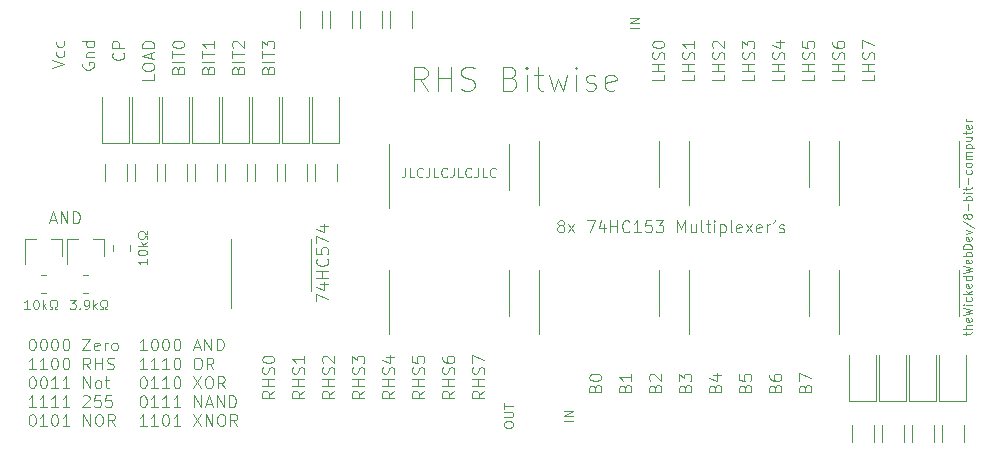
<source format=gbr>
%TF.GenerationSoftware,KiCad,Pcbnew,(5.1.10-1-10_14)*%
%TF.CreationDate,2021-10-20T01:40:30-04:00*%
%TF.ProjectId,ALU-RHS-bitwise,414c552d-5248-4532-9d62-697477697365,rev?*%
%TF.SameCoordinates,Original*%
%TF.FileFunction,Legend,Top*%
%TF.FilePolarity,Positive*%
%FSLAX46Y46*%
G04 Gerber Fmt 4.6, Leading zero omitted, Abs format (unit mm)*
G04 Created by KiCad (PCBNEW (5.1.10-1-10_14)) date 2021-10-20 01:40:30*
%MOMM*%
%LPD*%
G01*
G04 APERTURE LIST*
%ADD10C,0.100000*%
%ADD11C,0.120000*%
G04 APERTURE END LIST*
D10*
X161143904Y-93135333D02*
X161143904Y-93592476D01*
X161143904Y-93363904D02*
X160343904Y-93363904D01*
X160458190Y-93440095D01*
X160534380Y-93516285D01*
X160572476Y-93592476D01*
X160343904Y-92640095D02*
X160343904Y-92563904D01*
X160382000Y-92487714D01*
X160420095Y-92449619D01*
X160496285Y-92411523D01*
X160648666Y-92373428D01*
X160839142Y-92373428D01*
X160991523Y-92411523D01*
X161067714Y-92449619D01*
X161105809Y-92487714D01*
X161143904Y-92563904D01*
X161143904Y-92640095D01*
X161105809Y-92716285D01*
X161067714Y-92754380D01*
X160991523Y-92792476D01*
X160839142Y-92830571D01*
X160648666Y-92830571D01*
X160496285Y-92792476D01*
X160420095Y-92754380D01*
X160382000Y-92716285D01*
X160343904Y-92640095D01*
X161143904Y-92030571D02*
X160343904Y-92030571D01*
X160839142Y-91954380D02*
X161143904Y-91725809D01*
X160610571Y-91725809D02*
X160915333Y-92030571D01*
X161143904Y-91421047D02*
X161143904Y-91230571D01*
X160991523Y-91230571D01*
X160953428Y-91306761D01*
X160877238Y-91382952D01*
X160762952Y-91421047D01*
X160572476Y-91421047D01*
X160458190Y-91382952D01*
X160382000Y-91306761D01*
X160343904Y-91192476D01*
X160343904Y-91040095D01*
X160382000Y-90925809D01*
X160458190Y-90849619D01*
X160572476Y-90811523D01*
X160762952Y-90811523D01*
X160877238Y-90849619D01*
X160953428Y-90925809D01*
X160991523Y-91002000D01*
X161143904Y-91002000D01*
X161143904Y-90811523D01*
X151212666Y-97389904D02*
X150755523Y-97389904D01*
X150984095Y-97389904D02*
X150984095Y-96589904D01*
X150907904Y-96704190D01*
X150831714Y-96780380D01*
X150755523Y-96818476D01*
X151707904Y-96589904D02*
X151784095Y-96589904D01*
X151860285Y-96628000D01*
X151898380Y-96666095D01*
X151936476Y-96742285D01*
X151974571Y-96894666D01*
X151974571Y-97085142D01*
X151936476Y-97237523D01*
X151898380Y-97313714D01*
X151860285Y-97351809D01*
X151784095Y-97389904D01*
X151707904Y-97389904D01*
X151631714Y-97351809D01*
X151593619Y-97313714D01*
X151555523Y-97237523D01*
X151517428Y-97085142D01*
X151517428Y-96894666D01*
X151555523Y-96742285D01*
X151593619Y-96666095D01*
X151631714Y-96628000D01*
X151707904Y-96589904D01*
X152317428Y-97389904D02*
X152317428Y-96589904D01*
X152393619Y-97085142D02*
X152622190Y-97389904D01*
X152622190Y-96856571D02*
X152317428Y-97161333D01*
X152926952Y-97389904D02*
X153117428Y-97389904D01*
X153117428Y-97237523D01*
X153041238Y-97199428D01*
X152965047Y-97123238D01*
X152926952Y-97008952D01*
X152926952Y-96818476D01*
X152965047Y-96704190D01*
X153041238Y-96628000D01*
X153155523Y-96589904D01*
X153307904Y-96589904D01*
X153422190Y-96628000D01*
X153498380Y-96704190D01*
X153536476Y-96818476D01*
X153536476Y-97008952D01*
X153498380Y-97123238D01*
X153422190Y-97199428D01*
X153346000Y-97237523D01*
X153346000Y-97389904D01*
X153536476Y-97389904D01*
X154590952Y-96589904D02*
X155086190Y-96589904D01*
X154819523Y-96894666D01*
X154933809Y-96894666D01*
X155010000Y-96932761D01*
X155048095Y-96970857D01*
X155086190Y-97047047D01*
X155086190Y-97237523D01*
X155048095Y-97313714D01*
X155010000Y-97351809D01*
X154933809Y-97389904D01*
X154705238Y-97389904D01*
X154629047Y-97351809D01*
X154590952Y-97313714D01*
X155429047Y-97313714D02*
X155467142Y-97351809D01*
X155429047Y-97389904D01*
X155390952Y-97351809D01*
X155429047Y-97313714D01*
X155429047Y-97389904D01*
X155848095Y-97389904D02*
X156000476Y-97389904D01*
X156076666Y-97351809D01*
X156114761Y-97313714D01*
X156190952Y-97199428D01*
X156229047Y-97047047D01*
X156229047Y-96742285D01*
X156190952Y-96666095D01*
X156152857Y-96628000D01*
X156076666Y-96589904D01*
X155924285Y-96589904D01*
X155848095Y-96628000D01*
X155810000Y-96666095D01*
X155771904Y-96742285D01*
X155771904Y-96932761D01*
X155810000Y-97008952D01*
X155848095Y-97047047D01*
X155924285Y-97085142D01*
X156076666Y-97085142D01*
X156152857Y-97047047D01*
X156190952Y-97008952D01*
X156229047Y-96932761D01*
X156571904Y-97389904D02*
X156571904Y-96589904D01*
X156648095Y-97085142D02*
X156876666Y-97389904D01*
X156876666Y-96856571D02*
X156571904Y-97161333D01*
X157181428Y-97389904D02*
X157371904Y-97389904D01*
X157371904Y-97237523D01*
X157295714Y-97199428D01*
X157219523Y-97123238D01*
X157181428Y-97008952D01*
X157181428Y-96818476D01*
X157219523Y-96704190D01*
X157295714Y-96628000D01*
X157410000Y-96589904D01*
X157562380Y-96589904D01*
X157676666Y-96628000D01*
X157752857Y-96704190D01*
X157790952Y-96818476D01*
X157790952Y-97008952D01*
X157752857Y-97123238D01*
X157676666Y-97199428D01*
X157600476Y-97237523D01*
X157600476Y-97389904D01*
X157790952Y-97389904D01*
X151369571Y-99884380D02*
X151464809Y-99884380D01*
X151560047Y-99932000D01*
X151607666Y-99979619D01*
X151655285Y-100074857D01*
X151702904Y-100265333D01*
X151702904Y-100503428D01*
X151655285Y-100693904D01*
X151607666Y-100789142D01*
X151560047Y-100836761D01*
X151464809Y-100884380D01*
X151369571Y-100884380D01*
X151274333Y-100836761D01*
X151226714Y-100789142D01*
X151179095Y-100693904D01*
X151131476Y-100503428D01*
X151131476Y-100265333D01*
X151179095Y-100074857D01*
X151226714Y-99979619D01*
X151274333Y-99932000D01*
X151369571Y-99884380D01*
X152321952Y-99884380D02*
X152417190Y-99884380D01*
X152512428Y-99932000D01*
X152560047Y-99979619D01*
X152607666Y-100074857D01*
X152655285Y-100265333D01*
X152655285Y-100503428D01*
X152607666Y-100693904D01*
X152560047Y-100789142D01*
X152512428Y-100836761D01*
X152417190Y-100884380D01*
X152321952Y-100884380D01*
X152226714Y-100836761D01*
X152179095Y-100789142D01*
X152131476Y-100693904D01*
X152083857Y-100503428D01*
X152083857Y-100265333D01*
X152131476Y-100074857D01*
X152179095Y-99979619D01*
X152226714Y-99932000D01*
X152321952Y-99884380D01*
X153274333Y-99884380D02*
X153369571Y-99884380D01*
X153464809Y-99932000D01*
X153512428Y-99979619D01*
X153560047Y-100074857D01*
X153607666Y-100265333D01*
X153607666Y-100503428D01*
X153560047Y-100693904D01*
X153512428Y-100789142D01*
X153464809Y-100836761D01*
X153369571Y-100884380D01*
X153274333Y-100884380D01*
X153179095Y-100836761D01*
X153131476Y-100789142D01*
X153083857Y-100693904D01*
X153036238Y-100503428D01*
X153036238Y-100265333D01*
X153083857Y-100074857D01*
X153131476Y-99979619D01*
X153179095Y-99932000D01*
X153274333Y-99884380D01*
X154226714Y-99884380D02*
X154321952Y-99884380D01*
X154417190Y-99932000D01*
X154464809Y-99979619D01*
X154512428Y-100074857D01*
X154560047Y-100265333D01*
X154560047Y-100503428D01*
X154512428Y-100693904D01*
X154464809Y-100789142D01*
X154417190Y-100836761D01*
X154321952Y-100884380D01*
X154226714Y-100884380D01*
X154131476Y-100836761D01*
X154083857Y-100789142D01*
X154036238Y-100693904D01*
X153988619Y-100503428D01*
X153988619Y-100265333D01*
X154036238Y-100074857D01*
X154083857Y-99979619D01*
X154131476Y-99932000D01*
X154226714Y-99884380D01*
X155655285Y-99884380D02*
X156321952Y-99884380D01*
X155655285Y-100884380D01*
X156321952Y-100884380D01*
X157083857Y-100836761D02*
X156988619Y-100884380D01*
X156798142Y-100884380D01*
X156702904Y-100836761D01*
X156655285Y-100741523D01*
X156655285Y-100360571D01*
X156702904Y-100265333D01*
X156798142Y-100217714D01*
X156988619Y-100217714D01*
X157083857Y-100265333D01*
X157131476Y-100360571D01*
X157131476Y-100455809D01*
X156655285Y-100551047D01*
X157560047Y-100884380D02*
X157560047Y-100217714D01*
X157560047Y-100408190D02*
X157607666Y-100312952D01*
X157655285Y-100265333D01*
X157750523Y-100217714D01*
X157845761Y-100217714D01*
X158321952Y-100884380D02*
X158226714Y-100836761D01*
X158179095Y-100789142D01*
X158131476Y-100693904D01*
X158131476Y-100408190D01*
X158179095Y-100312952D01*
X158226714Y-100265333D01*
X158321952Y-100217714D01*
X158464809Y-100217714D01*
X158560047Y-100265333D01*
X158607666Y-100312952D01*
X158655285Y-100408190D01*
X158655285Y-100693904D01*
X158607666Y-100789142D01*
X158560047Y-100836761D01*
X158464809Y-100884380D01*
X158321952Y-100884380D01*
X151702904Y-102484380D02*
X151131476Y-102484380D01*
X151417190Y-102484380D02*
X151417190Y-101484380D01*
X151321952Y-101627238D01*
X151226714Y-101722476D01*
X151131476Y-101770095D01*
X152655285Y-102484380D02*
X152083857Y-102484380D01*
X152369571Y-102484380D02*
X152369571Y-101484380D01*
X152274333Y-101627238D01*
X152179095Y-101722476D01*
X152083857Y-101770095D01*
X153274333Y-101484380D02*
X153369571Y-101484380D01*
X153464809Y-101532000D01*
X153512428Y-101579619D01*
X153560047Y-101674857D01*
X153607666Y-101865333D01*
X153607666Y-102103428D01*
X153560047Y-102293904D01*
X153512428Y-102389142D01*
X153464809Y-102436761D01*
X153369571Y-102484380D01*
X153274333Y-102484380D01*
X153179095Y-102436761D01*
X153131476Y-102389142D01*
X153083857Y-102293904D01*
X153036238Y-102103428D01*
X153036238Y-101865333D01*
X153083857Y-101674857D01*
X153131476Y-101579619D01*
X153179095Y-101532000D01*
X153274333Y-101484380D01*
X154226714Y-101484380D02*
X154321952Y-101484380D01*
X154417190Y-101532000D01*
X154464809Y-101579619D01*
X154512428Y-101674857D01*
X154560047Y-101865333D01*
X154560047Y-102103428D01*
X154512428Y-102293904D01*
X154464809Y-102389142D01*
X154417190Y-102436761D01*
X154321952Y-102484380D01*
X154226714Y-102484380D01*
X154131476Y-102436761D01*
X154083857Y-102389142D01*
X154036238Y-102293904D01*
X153988619Y-102103428D01*
X153988619Y-101865333D01*
X154036238Y-101674857D01*
X154083857Y-101579619D01*
X154131476Y-101532000D01*
X154226714Y-101484380D01*
X156321952Y-102484380D02*
X155988619Y-102008190D01*
X155750523Y-102484380D02*
X155750523Y-101484380D01*
X156131476Y-101484380D01*
X156226714Y-101532000D01*
X156274333Y-101579619D01*
X156321952Y-101674857D01*
X156321952Y-101817714D01*
X156274333Y-101912952D01*
X156226714Y-101960571D01*
X156131476Y-102008190D01*
X155750523Y-102008190D01*
X156750523Y-102484380D02*
X156750523Y-101484380D01*
X156750523Y-101960571D02*
X157321952Y-101960571D01*
X157321952Y-102484380D02*
X157321952Y-101484380D01*
X157750523Y-102436761D02*
X157893380Y-102484380D01*
X158131476Y-102484380D01*
X158226714Y-102436761D01*
X158274333Y-102389142D01*
X158321952Y-102293904D01*
X158321952Y-102198666D01*
X158274333Y-102103428D01*
X158226714Y-102055809D01*
X158131476Y-102008190D01*
X157941000Y-101960571D01*
X157845761Y-101912952D01*
X157798142Y-101865333D01*
X157750523Y-101770095D01*
X157750523Y-101674857D01*
X157798142Y-101579619D01*
X157845761Y-101532000D01*
X157941000Y-101484380D01*
X158179095Y-101484380D01*
X158321952Y-101532000D01*
X151369571Y-103084380D02*
X151464809Y-103084380D01*
X151560047Y-103132000D01*
X151607666Y-103179619D01*
X151655285Y-103274857D01*
X151702904Y-103465333D01*
X151702904Y-103703428D01*
X151655285Y-103893904D01*
X151607666Y-103989142D01*
X151560047Y-104036761D01*
X151464809Y-104084380D01*
X151369571Y-104084380D01*
X151274333Y-104036761D01*
X151226714Y-103989142D01*
X151179095Y-103893904D01*
X151131476Y-103703428D01*
X151131476Y-103465333D01*
X151179095Y-103274857D01*
X151226714Y-103179619D01*
X151274333Y-103132000D01*
X151369571Y-103084380D01*
X152321952Y-103084380D02*
X152417190Y-103084380D01*
X152512428Y-103132000D01*
X152560047Y-103179619D01*
X152607666Y-103274857D01*
X152655285Y-103465333D01*
X152655285Y-103703428D01*
X152607666Y-103893904D01*
X152560047Y-103989142D01*
X152512428Y-104036761D01*
X152417190Y-104084380D01*
X152321952Y-104084380D01*
X152226714Y-104036761D01*
X152179095Y-103989142D01*
X152131476Y-103893904D01*
X152083857Y-103703428D01*
X152083857Y-103465333D01*
X152131476Y-103274857D01*
X152179095Y-103179619D01*
X152226714Y-103132000D01*
X152321952Y-103084380D01*
X153607666Y-104084380D02*
X153036238Y-104084380D01*
X153321952Y-104084380D02*
X153321952Y-103084380D01*
X153226714Y-103227238D01*
X153131476Y-103322476D01*
X153036238Y-103370095D01*
X154560047Y-104084380D02*
X153988619Y-104084380D01*
X154274333Y-104084380D02*
X154274333Y-103084380D01*
X154179095Y-103227238D01*
X154083857Y-103322476D01*
X153988619Y-103370095D01*
X155750523Y-104084380D02*
X155750523Y-103084380D01*
X156321952Y-104084380D01*
X156321952Y-103084380D01*
X156941000Y-104084380D02*
X156845761Y-104036761D01*
X156798142Y-103989142D01*
X156750523Y-103893904D01*
X156750523Y-103608190D01*
X156798142Y-103512952D01*
X156845761Y-103465333D01*
X156941000Y-103417714D01*
X157083857Y-103417714D01*
X157179095Y-103465333D01*
X157226714Y-103512952D01*
X157274333Y-103608190D01*
X157274333Y-103893904D01*
X157226714Y-103989142D01*
X157179095Y-104036761D01*
X157083857Y-104084380D01*
X156941000Y-104084380D01*
X157560047Y-103417714D02*
X157941000Y-103417714D01*
X157702904Y-103084380D02*
X157702904Y-103941523D01*
X157750523Y-104036761D01*
X157845761Y-104084380D01*
X157941000Y-104084380D01*
X151702904Y-105684380D02*
X151131476Y-105684380D01*
X151417190Y-105684380D02*
X151417190Y-104684380D01*
X151321952Y-104827238D01*
X151226714Y-104922476D01*
X151131476Y-104970095D01*
X152655285Y-105684380D02*
X152083857Y-105684380D01*
X152369571Y-105684380D02*
X152369571Y-104684380D01*
X152274333Y-104827238D01*
X152179095Y-104922476D01*
X152083857Y-104970095D01*
X153607666Y-105684380D02*
X153036238Y-105684380D01*
X153321952Y-105684380D02*
X153321952Y-104684380D01*
X153226714Y-104827238D01*
X153131476Y-104922476D01*
X153036238Y-104970095D01*
X154560047Y-105684380D02*
X153988619Y-105684380D01*
X154274333Y-105684380D02*
X154274333Y-104684380D01*
X154179095Y-104827238D01*
X154083857Y-104922476D01*
X153988619Y-104970095D01*
X155702904Y-104779619D02*
X155750523Y-104732000D01*
X155845761Y-104684380D01*
X156083857Y-104684380D01*
X156179095Y-104732000D01*
X156226714Y-104779619D01*
X156274333Y-104874857D01*
X156274333Y-104970095D01*
X156226714Y-105112952D01*
X155655285Y-105684380D01*
X156274333Y-105684380D01*
X157179095Y-104684380D02*
X156702904Y-104684380D01*
X156655285Y-105160571D01*
X156702904Y-105112952D01*
X156798142Y-105065333D01*
X157036238Y-105065333D01*
X157131476Y-105112952D01*
X157179095Y-105160571D01*
X157226714Y-105255809D01*
X157226714Y-105493904D01*
X157179095Y-105589142D01*
X157131476Y-105636761D01*
X157036238Y-105684380D01*
X156798142Y-105684380D01*
X156702904Y-105636761D01*
X156655285Y-105589142D01*
X158131476Y-104684380D02*
X157655285Y-104684380D01*
X157607666Y-105160571D01*
X157655285Y-105112952D01*
X157750523Y-105065333D01*
X157988619Y-105065333D01*
X158083857Y-105112952D01*
X158131476Y-105160571D01*
X158179095Y-105255809D01*
X158179095Y-105493904D01*
X158131476Y-105589142D01*
X158083857Y-105636761D01*
X157988619Y-105684380D01*
X157750523Y-105684380D01*
X157655285Y-105636761D01*
X157607666Y-105589142D01*
X151369571Y-106284380D02*
X151464809Y-106284380D01*
X151560047Y-106332000D01*
X151607666Y-106379619D01*
X151655285Y-106474857D01*
X151702904Y-106665333D01*
X151702904Y-106903428D01*
X151655285Y-107093904D01*
X151607666Y-107189142D01*
X151560047Y-107236761D01*
X151464809Y-107284380D01*
X151369571Y-107284380D01*
X151274333Y-107236761D01*
X151226714Y-107189142D01*
X151179095Y-107093904D01*
X151131476Y-106903428D01*
X151131476Y-106665333D01*
X151179095Y-106474857D01*
X151226714Y-106379619D01*
X151274333Y-106332000D01*
X151369571Y-106284380D01*
X152655285Y-107284380D02*
X152083857Y-107284380D01*
X152369571Y-107284380D02*
X152369571Y-106284380D01*
X152274333Y-106427238D01*
X152179095Y-106522476D01*
X152083857Y-106570095D01*
X153274333Y-106284380D02*
X153369571Y-106284380D01*
X153464809Y-106332000D01*
X153512428Y-106379619D01*
X153560047Y-106474857D01*
X153607666Y-106665333D01*
X153607666Y-106903428D01*
X153560047Y-107093904D01*
X153512428Y-107189142D01*
X153464809Y-107236761D01*
X153369571Y-107284380D01*
X153274333Y-107284380D01*
X153179095Y-107236761D01*
X153131476Y-107189142D01*
X153083857Y-107093904D01*
X153036238Y-106903428D01*
X153036238Y-106665333D01*
X153083857Y-106474857D01*
X153131476Y-106379619D01*
X153179095Y-106332000D01*
X153274333Y-106284380D01*
X154560047Y-107284380D02*
X153988619Y-107284380D01*
X154274333Y-107284380D02*
X154274333Y-106284380D01*
X154179095Y-106427238D01*
X154083857Y-106522476D01*
X153988619Y-106570095D01*
X155750523Y-107284380D02*
X155750523Y-106284380D01*
X156321952Y-107284380D01*
X156321952Y-106284380D01*
X156988619Y-106284380D02*
X157179095Y-106284380D01*
X157274333Y-106332000D01*
X157369571Y-106427238D01*
X157417190Y-106617714D01*
X157417190Y-106951047D01*
X157369571Y-107141523D01*
X157274333Y-107236761D01*
X157179095Y-107284380D01*
X156988619Y-107284380D01*
X156893380Y-107236761D01*
X156798142Y-107141523D01*
X156750523Y-106951047D01*
X156750523Y-106617714D01*
X156798142Y-106427238D01*
X156893380Y-106332000D01*
X156988619Y-106284380D01*
X158417190Y-107284380D02*
X158083857Y-106808190D01*
X157845761Y-107284380D02*
X157845761Y-106284380D01*
X158226714Y-106284380D01*
X158321952Y-106332000D01*
X158369571Y-106379619D01*
X158417190Y-106474857D01*
X158417190Y-106617714D01*
X158369571Y-106712952D01*
X158321952Y-106760571D01*
X158226714Y-106808190D01*
X157845761Y-106808190D01*
X152916095Y-89828666D02*
X153392285Y-89828666D01*
X152820857Y-90114380D02*
X153154190Y-89114380D01*
X153487523Y-90114380D01*
X153820857Y-90114380D02*
X153820857Y-89114380D01*
X154392285Y-90114380D01*
X154392285Y-89114380D01*
X154868476Y-90114380D02*
X154868476Y-89114380D01*
X155106571Y-89114380D01*
X155249428Y-89162000D01*
X155344666Y-89257238D01*
X155392285Y-89352476D01*
X155439904Y-89542952D01*
X155439904Y-89685809D01*
X155392285Y-89876285D01*
X155344666Y-89971523D01*
X155249428Y-90066761D01*
X155106571Y-90114380D01*
X154868476Y-90114380D01*
X161100904Y-100884380D02*
X160529476Y-100884380D01*
X160815190Y-100884380D02*
X160815190Y-99884380D01*
X160719952Y-100027238D01*
X160624714Y-100122476D01*
X160529476Y-100170095D01*
X161719952Y-99884380D02*
X161815190Y-99884380D01*
X161910428Y-99932000D01*
X161958047Y-99979619D01*
X162005666Y-100074857D01*
X162053285Y-100265333D01*
X162053285Y-100503428D01*
X162005666Y-100693904D01*
X161958047Y-100789142D01*
X161910428Y-100836761D01*
X161815190Y-100884380D01*
X161719952Y-100884380D01*
X161624714Y-100836761D01*
X161577095Y-100789142D01*
X161529476Y-100693904D01*
X161481857Y-100503428D01*
X161481857Y-100265333D01*
X161529476Y-100074857D01*
X161577095Y-99979619D01*
X161624714Y-99932000D01*
X161719952Y-99884380D01*
X162672333Y-99884380D02*
X162767571Y-99884380D01*
X162862809Y-99932000D01*
X162910428Y-99979619D01*
X162958047Y-100074857D01*
X163005666Y-100265333D01*
X163005666Y-100503428D01*
X162958047Y-100693904D01*
X162910428Y-100789142D01*
X162862809Y-100836761D01*
X162767571Y-100884380D01*
X162672333Y-100884380D01*
X162577095Y-100836761D01*
X162529476Y-100789142D01*
X162481857Y-100693904D01*
X162434238Y-100503428D01*
X162434238Y-100265333D01*
X162481857Y-100074857D01*
X162529476Y-99979619D01*
X162577095Y-99932000D01*
X162672333Y-99884380D01*
X163624714Y-99884380D02*
X163719952Y-99884380D01*
X163815190Y-99932000D01*
X163862809Y-99979619D01*
X163910428Y-100074857D01*
X163958047Y-100265333D01*
X163958047Y-100503428D01*
X163910428Y-100693904D01*
X163862809Y-100789142D01*
X163815190Y-100836761D01*
X163719952Y-100884380D01*
X163624714Y-100884380D01*
X163529476Y-100836761D01*
X163481857Y-100789142D01*
X163434238Y-100693904D01*
X163386619Y-100503428D01*
X163386619Y-100265333D01*
X163434238Y-100074857D01*
X163481857Y-99979619D01*
X163529476Y-99932000D01*
X163624714Y-99884380D01*
X165100904Y-100598666D02*
X165577095Y-100598666D01*
X165005666Y-100884380D02*
X165339000Y-99884380D01*
X165672333Y-100884380D01*
X166005666Y-100884380D02*
X166005666Y-99884380D01*
X166577095Y-100884380D01*
X166577095Y-99884380D01*
X167053285Y-100884380D02*
X167053285Y-99884380D01*
X167291380Y-99884380D01*
X167434238Y-99932000D01*
X167529476Y-100027238D01*
X167577095Y-100122476D01*
X167624714Y-100312952D01*
X167624714Y-100455809D01*
X167577095Y-100646285D01*
X167529476Y-100741523D01*
X167434238Y-100836761D01*
X167291380Y-100884380D01*
X167053285Y-100884380D01*
X161100904Y-102484380D02*
X160529476Y-102484380D01*
X160815190Y-102484380D02*
X160815190Y-101484380D01*
X160719952Y-101627238D01*
X160624714Y-101722476D01*
X160529476Y-101770095D01*
X162053285Y-102484380D02*
X161481857Y-102484380D01*
X161767571Y-102484380D02*
X161767571Y-101484380D01*
X161672333Y-101627238D01*
X161577095Y-101722476D01*
X161481857Y-101770095D01*
X163005666Y-102484380D02*
X162434238Y-102484380D01*
X162719952Y-102484380D02*
X162719952Y-101484380D01*
X162624714Y-101627238D01*
X162529476Y-101722476D01*
X162434238Y-101770095D01*
X163624714Y-101484380D02*
X163719952Y-101484380D01*
X163815190Y-101532000D01*
X163862809Y-101579619D01*
X163910428Y-101674857D01*
X163958047Y-101865333D01*
X163958047Y-102103428D01*
X163910428Y-102293904D01*
X163862809Y-102389142D01*
X163815190Y-102436761D01*
X163719952Y-102484380D01*
X163624714Y-102484380D01*
X163529476Y-102436761D01*
X163481857Y-102389142D01*
X163434238Y-102293904D01*
X163386619Y-102103428D01*
X163386619Y-101865333D01*
X163434238Y-101674857D01*
X163481857Y-101579619D01*
X163529476Y-101532000D01*
X163624714Y-101484380D01*
X165339000Y-101484380D02*
X165529476Y-101484380D01*
X165624714Y-101532000D01*
X165719952Y-101627238D01*
X165767571Y-101817714D01*
X165767571Y-102151047D01*
X165719952Y-102341523D01*
X165624714Y-102436761D01*
X165529476Y-102484380D01*
X165339000Y-102484380D01*
X165243761Y-102436761D01*
X165148523Y-102341523D01*
X165100904Y-102151047D01*
X165100904Y-101817714D01*
X165148523Y-101627238D01*
X165243761Y-101532000D01*
X165339000Y-101484380D01*
X166767571Y-102484380D02*
X166434238Y-102008190D01*
X166196142Y-102484380D02*
X166196142Y-101484380D01*
X166577095Y-101484380D01*
X166672333Y-101532000D01*
X166719952Y-101579619D01*
X166767571Y-101674857D01*
X166767571Y-101817714D01*
X166719952Y-101912952D01*
X166672333Y-101960571D01*
X166577095Y-102008190D01*
X166196142Y-102008190D01*
X160767571Y-103084380D02*
X160862809Y-103084380D01*
X160958047Y-103132000D01*
X161005666Y-103179619D01*
X161053285Y-103274857D01*
X161100904Y-103465333D01*
X161100904Y-103703428D01*
X161053285Y-103893904D01*
X161005666Y-103989142D01*
X160958047Y-104036761D01*
X160862809Y-104084380D01*
X160767571Y-104084380D01*
X160672333Y-104036761D01*
X160624714Y-103989142D01*
X160577095Y-103893904D01*
X160529476Y-103703428D01*
X160529476Y-103465333D01*
X160577095Y-103274857D01*
X160624714Y-103179619D01*
X160672333Y-103132000D01*
X160767571Y-103084380D01*
X162053285Y-104084380D02*
X161481857Y-104084380D01*
X161767571Y-104084380D02*
X161767571Y-103084380D01*
X161672333Y-103227238D01*
X161577095Y-103322476D01*
X161481857Y-103370095D01*
X163005666Y-104084380D02*
X162434238Y-104084380D01*
X162719952Y-104084380D02*
X162719952Y-103084380D01*
X162624714Y-103227238D01*
X162529476Y-103322476D01*
X162434238Y-103370095D01*
X163624714Y-103084380D02*
X163719952Y-103084380D01*
X163815190Y-103132000D01*
X163862809Y-103179619D01*
X163910428Y-103274857D01*
X163958047Y-103465333D01*
X163958047Y-103703428D01*
X163910428Y-103893904D01*
X163862809Y-103989142D01*
X163815190Y-104036761D01*
X163719952Y-104084380D01*
X163624714Y-104084380D01*
X163529476Y-104036761D01*
X163481857Y-103989142D01*
X163434238Y-103893904D01*
X163386619Y-103703428D01*
X163386619Y-103465333D01*
X163434238Y-103274857D01*
X163481857Y-103179619D01*
X163529476Y-103132000D01*
X163624714Y-103084380D01*
X165053285Y-103084380D02*
X165719952Y-104084380D01*
X165719952Y-103084380D02*
X165053285Y-104084380D01*
X166291380Y-103084380D02*
X166481857Y-103084380D01*
X166577095Y-103132000D01*
X166672333Y-103227238D01*
X166719952Y-103417714D01*
X166719952Y-103751047D01*
X166672333Y-103941523D01*
X166577095Y-104036761D01*
X166481857Y-104084380D01*
X166291380Y-104084380D01*
X166196142Y-104036761D01*
X166100904Y-103941523D01*
X166053285Y-103751047D01*
X166053285Y-103417714D01*
X166100904Y-103227238D01*
X166196142Y-103132000D01*
X166291380Y-103084380D01*
X167719952Y-104084380D02*
X167386619Y-103608190D01*
X167148523Y-104084380D02*
X167148523Y-103084380D01*
X167529476Y-103084380D01*
X167624714Y-103132000D01*
X167672333Y-103179619D01*
X167719952Y-103274857D01*
X167719952Y-103417714D01*
X167672333Y-103512952D01*
X167624714Y-103560571D01*
X167529476Y-103608190D01*
X167148523Y-103608190D01*
X160767571Y-104684380D02*
X160862809Y-104684380D01*
X160958047Y-104732000D01*
X161005666Y-104779619D01*
X161053285Y-104874857D01*
X161100904Y-105065333D01*
X161100904Y-105303428D01*
X161053285Y-105493904D01*
X161005666Y-105589142D01*
X160958047Y-105636761D01*
X160862809Y-105684380D01*
X160767571Y-105684380D01*
X160672333Y-105636761D01*
X160624714Y-105589142D01*
X160577095Y-105493904D01*
X160529476Y-105303428D01*
X160529476Y-105065333D01*
X160577095Y-104874857D01*
X160624714Y-104779619D01*
X160672333Y-104732000D01*
X160767571Y-104684380D01*
X162053285Y-105684380D02*
X161481857Y-105684380D01*
X161767571Y-105684380D02*
X161767571Y-104684380D01*
X161672333Y-104827238D01*
X161577095Y-104922476D01*
X161481857Y-104970095D01*
X163005666Y-105684380D02*
X162434238Y-105684380D01*
X162719952Y-105684380D02*
X162719952Y-104684380D01*
X162624714Y-104827238D01*
X162529476Y-104922476D01*
X162434238Y-104970095D01*
X163958047Y-105684380D02*
X163386619Y-105684380D01*
X163672333Y-105684380D02*
X163672333Y-104684380D01*
X163577095Y-104827238D01*
X163481857Y-104922476D01*
X163386619Y-104970095D01*
X165148523Y-105684380D02*
X165148523Y-104684380D01*
X165719952Y-105684380D01*
X165719952Y-104684380D01*
X166148523Y-105398666D02*
X166624714Y-105398666D01*
X166053285Y-105684380D02*
X166386619Y-104684380D01*
X166719952Y-105684380D01*
X167053285Y-105684380D02*
X167053285Y-104684380D01*
X167624714Y-105684380D01*
X167624714Y-104684380D01*
X168100904Y-105684380D02*
X168100904Y-104684380D01*
X168339000Y-104684380D01*
X168481857Y-104732000D01*
X168577095Y-104827238D01*
X168624714Y-104922476D01*
X168672333Y-105112952D01*
X168672333Y-105255809D01*
X168624714Y-105446285D01*
X168577095Y-105541523D01*
X168481857Y-105636761D01*
X168339000Y-105684380D01*
X168100904Y-105684380D01*
X161100904Y-107284380D02*
X160529476Y-107284380D01*
X160815190Y-107284380D02*
X160815190Y-106284380D01*
X160719952Y-106427238D01*
X160624714Y-106522476D01*
X160529476Y-106570095D01*
X162053285Y-107284380D02*
X161481857Y-107284380D01*
X161767571Y-107284380D02*
X161767571Y-106284380D01*
X161672333Y-106427238D01*
X161577095Y-106522476D01*
X161481857Y-106570095D01*
X162672333Y-106284380D02*
X162767571Y-106284380D01*
X162862809Y-106332000D01*
X162910428Y-106379619D01*
X162958047Y-106474857D01*
X163005666Y-106665333D01*
X163005666Y-106903428D01*
X162958047Y-107093904D01*
X162910428Y-107189142D01*
X162862809Y-107236761D01*
X162767571Y-107284380D01*
X162672333Y-107284380D01*
X162577095Y-107236761D01*
X162529476Y-107189142D01*
X162481857Y-107093904D01*
X162434238Y-106903428D01*
X162434238Y-106665333D01*
X162481857Y-106474857D01*
X162529476Y-106379619D01*
X162577095Y-106332000D01*
X162672333Y-106284380D01*
X163958047Y-107284380D02*
X163386619Y-107284380D01*
X163672333Y-107284380D02*
X163672333Y-106284380D01*
X163577095Y-106427238D01*
X163481857Y-106522476D01*
X163386619Y-106570095D01*
X165053285Y-106284380D02*
X165719952Y-107284380D01*
X165719952Y-106284380D02*
X165053285Y-107284380D01*
X166100904Y-107284380D02*
X166100904Y-106284380D01*
X166672333Y-107284380D01*
X166672333Y-106284380D01*
X167339000Y-106284380D02*
X167529476Y-106284380D01*
X167624714Y-106332000D01*
X167719952Y-106427238D01*
X167767571Y-106617714D01*
X167767571Y-106951047D01*
X167719952Y-107141523D01*
X167624714Y-107236761D01*
X167529476Y-107284380D01*
X167339000Y-107284380D01*
X167243761Y-107236761D01*
X167148523Y-107141523D01*
X167100904Y-106951047D01*
X167100904Y-106617714D01*
X167148523Y-106427238D01*
X167243761Y-106332000D01*
X167339000Y-106284380D01*
X168767571Y-107284380D02*
X168434238Y-106808190D01*
X168196142Y-107284380D02*
X168196142Y-106284380D01*
X168577095Y-106284380D01*
X168672333Y-106332000D01*
X168719952Y-106379619D01*
X168767571Y-106474857D01*
X168767571Y-106617714D01*
X168719952Y-106712952D01*
X168672333Y-106760571D01*
X168577095Y-106808190D01*
X168196142Y-106808190D01*
X197211904Y-106845047D02*
X196411904Y-106845047D01*
X197211904Y-106464095D02*
X196411904Y-106464095D01*
X197211904Y-106006952D01*
X196411904Y-106006952D01*
X202799904Y-73571047D02*
X201999904Y-73571047D01*
X202799904Y-73190095D02*
X201999904Y-73190095D01*
X202799904Y-72732952D01*
X201999904Y-72732952D01*
X191331904Y-107226000D02*
X191331904Y-107073619D01*
X191370000Y-106997428D01*
X191446190Y-106921238D01*
X191598571Y-106883142D01*
X191865238Y-106883142D01*
X192017619Y-106921238D01*
X192093809Y-106997428D01*
X192131904Y-107073619D01*
X192131904Y-107226000D01*
X192093809Y-107302190D01*
X192017619Y-107378380D01*
X191865238Y-107416476D01*
X191598571Y-107416476D01*
X191446190Y-107378380D01*
X191370000Y-107302190D01*
X191331904Y-107226000D01*
X191331904Y-106540285D02*
X191979523Y-106540285D01*
X192055714Y-106502190D01*
X192093809Y-106464095D01*
X192131904Y-106387904D01*
X192131904Y-106235523D01*
X192093809Y-106159333D01*
X192055714Y-106121238D01*
X191979523Y-106083142D01*
X191331904Y-106083142D01*
X191331904Y-105816476D02*
X191331904Y-105359333D01*
X192131904Y-105587904D02*
X191331904Y-105587904D01*
X196081238Y-90304952D02*
X195986000Y-90257333D01*
X195938380Y-90209714D01*
X195890761Y-90114476D01*
X195890761Y-90066857D01*
X195938380Y-89971619D01*
X195986000Y-89924000D01*
X196081238Y-89876380D01*
X196271714Y-89876380D01*
X196366952Y-89924000D01*
X196414571Y-89971619D01*
X196462190Y-90066857D01*
X196462190Y-90114476D01*
X196414571Y-90209714D01*
X196366952Y-90257333D01*
X196271714Y-90304952D01*
X196081238Y-90304952D01*
X195986000Y-90352571D01*
X195938380Y-90400190D01*
X195890761Y-90495428D01*
X195890761Y-90685904D01*
X195938380Y-90781142D01*
X195986000Y-90828761D01*
X196081238Y-90876380D01*
X196271714Y-90876380D01*
X196366952Y-90828761D01*
X196414571Y-90781142D01*
X196462190Y-90685904D01*
X196462190Y-90495428D01*
X196414571Y-90400190D01*
X196366952Y-90352571D01*
X196271714Y-90304952D01*
X196795523Y-90876380D02*
X197319333Y-90209714D01*
X196795523Y-90209714D02*
X197319333Y-90876380D01*
X198366952Y-89876380D02*
X199033619Y-89876380D01*
X198605047Y-90876380D01*
X199843142Y-90209714D02*
X199843142Y-90876380D01*
X199605047Y-89828761D02*
X199366952Y-90543047D01*
X199986000Y-90543047D01*
X200366952Y-90876380D02*
X200366952Y-89876380D01*
X200366952Y-90352571D02*
X200938380Y-90352571D01*
X200938380Y-90876380D02*
X200938380Y-89876380D01*
X201986000Y-90781142D02*
X201938380Y-90828761D01*
X201795523Y-90876380D01*
X201700285Y-90876380D01*
X201557428Y-90828761D01*
X201462190Y-90733523D01*
X201414571Y-90638285D01*
X201366952Y-90447809D01*
X201366952Y-90304952D01*
X201414571Y-90114476D01*
X201462190Y-90019238D01*
X201557428Y-89924000D01*
X201700285Y-89876380D01*
X201795523Y-89876380D01*
X201938380Y-89924000D01*
X201986000Y-89971619D01*
X202938380Y-90876380D02*
X202366952Y-90876380D01*
X202652666Y-90876380D02*
X202652666Y-89876380D01*
X202557428Y-90019238D01*
X202462190Y-90114476D01*
X202366952Y-90162095D01*
X203843142Y-89876380D02*
X203366952Y-89876380D01*
X203319333Y-90352571D01*
X203366952Y-90304952D01*
X203462190Y-90257333D01*
X203700285Y-90257333D01*
X203795523Y-90304952D01*
X203843142Y-90352571D01*
X203890761Y-90447809D01*
X203890761Y-90685904D01*
X203843142Y-90781142D01*
X203795523Y-90828761D01*
X203700285Y-90876380D01*
X203462190Y-90876380D01*
X203366952Y-90828761D01*
X203319333Y-90781142D01*
X204224095Y-89876380D02*
X204843142Y-89876380D01*
X204509809Y-90257333D01*
X204652666Y-90257333D01*
X204747904Y-90304952D01*
X204795523Y-90352571D01*
X204843142Y-90447809D01*
X204843142Y-90685904D01*
X204795523Y-90781142D01*
X204747904Y-90828761D01*
X204652666Y-90876380D01*
X204366952Y-90876380D01*
X204271714Y-90828761D01*
X204224095Y-90781142D01*
X206033619Y-90876380D02*
X206033619Y-89876380D01*
X206366952Y-90590666D01*
X206700285Y-89876380D01*
X206700285Y-90876380D01*
X207605047Y-90209714D02*
X207605047Y-90876380D01*
X207176476Y-90209714D02*
X207176476Y-90733523D01*
X207224095Y-90828761D01*
X207319333Y-90876380D01*
X207462190Y-90876380D01*
X207557428Y-90828761D01*
X207605047Y-90781142D01*
X208224095Y-90876380D02*
X208128857Y-90828761D01*
X208081238Y-90733523D01*
X208081238Y-89876380D01*
X208462190Y-90209714D02*
X208843142Y-90209714D01*
X208605047Y-89876380D02*
X208605047Y-90733523D01*
X208652666Y-90828761D01*
X208747904Y-90876380D01*
X208843142Y-90876380D01*
X209176476Y-90876380D02*
X209176476Y-90209714D01*
X209176476Y-89876380D02*
X209128857Y-89924000D01*
X209176476Y-89971619D01*
X209224095Y-89924000D01*
X209176476Y-89876380D01*
X209176476Y-89971619D01*
X209652666Y-90209714D02*
X209652666Y-91209714D01*
X209652666Y-90257333D02*
X209747904Y-90209714D01*
X209938380Y-90209714D01*
X210033619Y-90257333D01*
X210081238Y-90304952D01*
X210128857Y-90400190D01*
X210128857Y-90685904D01*
X210081238Y-90781142D01*
X210033619Y-90828761D01*
X209938380Y-90876380D01*
X209747904Y-90876380D01*
X209652666Y-90828761D01*
X210700285Y-90876380D02*
X210605047Y-90828761D01*
X210557428Y-90733523D01*
X210557428Y-89876380D01*
X211462190Y-90828761D02*
X211366952Y-90876380D01*
X211176476Y-90876380D01*
X211081238Y-90828761D01*
X211033619Y-90733523D01*
X211033619Y-90352571D01*
X211081238Y-90257333D01*
X211176476Y-90209714D01*
X211366952Y-90209714D01*
X211462190Y-90257333D01*
X211509809Y-90352571D01*
X211509809Y-90447809D01*
X211033619Y-90543047D01*
X211843142Y-90876380D02*
X212366952Y-90209714D01*
X211843142Y-90209714D02*
X212366952Y-90876380D01*
X213128857Y-90828761D02*
X213033619Y-90876380D01*
X212843142Y-90876380D01*
X212747904Y-90828761D01*
X212700285Y-90733523D01*
X212700285Y-90352571D01*
X212747904Y-90257333D01*
X212843142Y-90209714D01*
X213033619Y-90209714D01*
X213128857Y-90257333D01*
X213176476Y-90352571D01*
X213176476Y-90447809D01*
X212700285Y-90543047D01*
X213605047Y-90876380D02*
X213605047Y-90209714D01*
X213605047Y-90400190D02*
X213652666Y-90304952D01*
X213700285Y-90257333D01*
X213795523Y-90209714D01*
X213890761Y-90209714D01*
X214271714Y-89876380D02*
X214271714Y-89924000D01*
X214224095Y-90019238D01*
X214176476Y-90066857D01*
X214652666Y-90828761D02*
X214747904Y-90876380D01*
X214938380Y-90876380D01*
X215033619Y-90828761D01*
X215081238Y-90733523D01*
X215081238Y-90685904D01*
X215033619Y-90590666D01*
X214938380Y-90543047D01*
X214795523Y-90543047D01*
X214700285Y-90495428D01*
X214652666Y-90400190D01*
X214652666Y-90352571D01*
X214700285Y-90257333D01*
X214795523Y-90209714D01*
X214938380Y-90209714D01*
X215033619Y-90257333D01*
X175474380Y-96733904D02*
X175474380Y-96067238D01*
X176474380Y-96495809D01*
X175807714Y-95257714D02*
X176474380Y-95257714D01*
X175426761Y-95495809D02*
X176141047Y-95733904D01*
X176141047Y-95114857D01*
X176474380Y-94733904D02*
X175474380Y-94733904D01*
X175950571Y-94733904D02*
X175950571Y-94162476D01*
X176474380Y-94162476D02*
X175474380Y-94162476D01*
X176379142Y-93114857D02*
X176426761Y-93162476D01*
X176474380Y-93305333D01*
X176474380Y-93400571D01*
X176426761Y-93543428D01*
X176331523Y-93638666D01*
X176236285Y-93686285D01*
X176045809Y-93733904D01*
X175902952Y-93733904D01*
X175712476Y-93686285D01*
X175617238Y-93638666D01*
X175522000Y-93543428D01*
X175474380Y-93400571D01*
X175474380Y-93305333D01*
X175522000Y-93162476D01*
X175569619Y-93114857D01*
X175474380Y-92210095D02*
X175474380Y-92686285D01*
X175950571Y-92733904D01*
X175902952Y-92686285D01*
X175855333Y-92591047D01*
X175855333Y-92352952D01*
X175902952Y-92257714D01*
X175950571Y-92210095D01*
X176045809Y-92162476D01*
X176283904Y-92162476D01*
X176379142Y-92210095D01*
X176426761Y-92257714D01*
X176474380Y-92352952D01*
X176474380Y-92591047D01*
X176426761Y-92686285D01*
X176379142Y-92733904D01*
X175474380Y-91829142D02*
X175474380Y-91162476D01*
X176474380Y-91591047D01*
X175807714Y-90352952D02*
X176474380Y-90352952D01*
X175426761Y-90591047D02*
X176141047Y-90829142D01*
X176141047Y-90210095D01*
X216844571Y-104061952D02*
X216892190Y-103919095D01*
X216939809Y-103871476D01*
X217035047Y-103823857D01*
X217177904Y-103823857D01*
X217273142Y-103871476D01*
X217320761Y-103919095D01*
X217368380Y-104014333D01*
X217368380Y-104395285D01*
X216368380Y-104395285D01*
X216368380Y-104061952D01*
X216416000Y-103966714D01*
X216463619Y-103919095D01*
X216558857Y-103871476D01*
X216654095Y-103871476D01*
X216749333Y-103919095D01*
X216796952Y-103966714D01*
X216844571Y-104061952D01*
X216844571Y-104395285D01*
X216368380Y-103490523D02*
X216368380Y-102823857D01*
X217368380Y-103252428D01*
X214304571Y-104061952D02*
X214352190Y-103919095D01*
X214399809Y-103871476D01*
X214495047Y-103823857D01*
X214637904Y-103823857D01*
X214733142Y-103871476D01*
X214780761Y-103919095D01*
X214828380Y-104014333D01*
X214828380Y-104395285D01*
X213828380Y-104395285D01*
X213828380Y-104061952D01*
X213876000Y-103966714D01*
X213923619Y-103919095D01*
X214018857Y-103871476D01*
X214114095Y-103871476D01*
X214209333Y-103919095D01*
X214256952Y-103966714D01*
X214304571Y-104061952D01*
X214304571Y-104395285D01*
X213828380Y-102966714D02*
X213828380Y-103157190D01*
X213876000Y-103252428D01*
X213923619Y-103300047D01*
X214066476Y-103395285D01*
X214256952Y-103442904D01*
X214637904Y-103442904D01*
X214733142Y-103395285D01*
X214780761Y-103347666D01*
X214828380Y-103252428D01*
X214828380Y-103061952D01*
X214780761Y-102966714D01*
X214733142Y-102919095D01*
X214637904Y-102871476D01*
X214399809Y-102871476D01*
X214304571Y-102919095D01*
X214256952Y-102966714D01*
X214209333Y-103061952D01*
X214209333Y-103252428D01*
X214256952Y-103347666D01*
X214304571Y-103395285D01*
X214399809Y-103442904D01*
X211764571Y-104061952D02*
X211812190Y-103919095D01*
X211859809Y-103871476D01*
X211955047Y-103823857D01*
X212097904Y-103823857D01*
X212193142Y-103871476D01*
X212240761Y-103919095D01*
X212288380Y-104014333D01*
X212288380Y-104395285D01*
X211288380Y-104395285D01*
X211288380Y-104061952D01*
X211336000Y-103966714D01*
X211383619Y-103919095D01*
X211478857Y-103871476D01*
X211574095Y-103871476D01*
X211669333Y-103919095D01*
X211716952Y-103966714D01*
X211764571Y-104061952D01*
X211764571Y-104395285D01*
X211288380Y-102919095D02*
X211288380Y-103395285D01*
X211764571Y-103442904D01*
X211716952Y-103395285D01*
X211669333Y-103300047D01*
X211669333Y-103061952D01*
X211716952Y-102966714D01*
X211764571Y-102919095D01*
X211859809Y-102871476D01*
X212097904Y-102871476D01*
X212193142Y-102919095D01*
X212240761Y-102966714D01*
X212288380Y-103061952D01*
X212288380Y-103300047D01*
X212240761Y-103395285D01*
X212193142Y-103442904D01*
X209224571Y-104061952D02*
X209272190Y-103919095D01*
X209319809Y-103871476D01*
X209415047Y-103823857D01*
X209557904Y-103823857D01*
X209653142Y-103871476D01*
X209700761Y-103919095D01*
X209748380Y-104014333D01*
X209748380Y-104395285D01*
X208748380Y-104395285D01*
X208748380Y-104061952D01*
X208796000Y-103966714D01*
X208843619Y-103919095D01*
X208938857Y-103871476D01*
X209034095Y-103871476D01*
X209129333Y-103919095D01*
X209176952Y-103966714D01*
X209224571Y-104061952D01*
X209224571Y-104395285D01*
X209081714Y-102966714D02*
X209748380Y-102966714D01*
X208700761Y-103204809D02*
X209415047Y-103442904D01*
X209415047Y-102823857D01*
X206684571Y-104061952D02*
X206732190Y-103919095D01*
X206779809Y-103871476D01*
X206875047Y-103823857D01*
X207017904Y-103823857D01*
X207113142Y-103871476D01*
X207160761Y-103919095D01*
X207208380Y-104014333D01*
X207208380Y-104395285D01*
X206208380Y-104395285D01*
X206208380Y-104061952D01*
X206256000Y-103966714D01*
X206303619Y-103919095D01*
X206398857Y-103871476D01*
X206494095Y-103871476D01*
X206589333Y-103919095D01*
X206636952Y-103966714D01*
X206684571Y-104061952D01*
X206684571Y-104395285D01*
X206208380Y-103490523D02*
X206208380Y-102871476D01*
X206589333Y-103204809D01*
X206589333Y-103061952D01*
X206636952Y-102966714D01*
X206684571Y-102919095D01*
X206779809Y-102871476D01*
X207017904Y-102871476D01*
X207113142Y-102919095D01*
X207160761Y-102966714D01*
X207208380Y-103061952D01*
X207208380Y-103347666D01*
X207160761Y-103442904D01*
X207113142Y-103490523D01*
X204144571Y-104061952D02*
X204192190Y-103919095D01*
X204239809Y-103871476D01*
X204335047Y-103823857D01*
X204477904Y-103823857D01*
X204573142Y-103871476D01*
X204620761Y-103919095D01*
X204668380Y-104014333D01*
X204668380Y-104395285D01*
X203668380Y-104395285D01*
X203668380Y-104061952D01*
X203716000Y-103966714D01*
X203763619Y-103919095D01*
X203858857Y-103871476D01*
X203954095Y-103871476D01*
X204049333Y-103919095D01*
X204096952Y-103966714D01*
X204144571Y-104061952D01*
X204144571Y-104395285D01*
X203763619Y-103442904D02*
X203716000Y-103395285D01*
X203668380Y-103300047D01*
X203668380Y-103061952D01*
X203716000Y-102966714D01*
X203763619Y-102919095D01*
X203858857Y-102871476D01*
X203954095Y-102871476D01*
X204096952Y-102919095D01*
X204668380Y-103490523D01*
X204668380Y-102871476D01*
X201604571Y-104061952D02*
X201652190Y-103919095D01*
X201699809Y-103871476D01*
X201795047Y-103823857D01*
X201937904Y-103823857D01*
X202033142Y-103871476D01*
X202080761Y-103919095D01*
X202128380Y-104014333D01*
X202128380Y-104395285D01*
X201128380Y-104395285D01*
X201128380Y-104061952D01*
X201176000Y-103966714D01*
X201223619Y-103919095D01*
X201318857Y-103871476D01*
X201414095Y-103871476D01*
X201509333Y-103919095D01*
X201556952Y-103966714D01*
X201604571Y-104061952D01*
X201604571Y-104395285D01*
X202128380Y-102871476D02*
X202128380Y-103442904D01*
X202128380Y-103157190D02*
X201128380Y-103157190D01*
X201271238Y-103252428D01*
X201366476Y-103347666D01*
X201414095Y-103442904D01*
X199064571Y-104061952D02*
X199112190Y-103919095D01*
X199159809Y-103871476D01*
X199255047Y-103823857D01*
X199397904Y-103823857D01*
X199493142Y-103871476D01*
X199540761Y-103919095D01*
X199588380Y-104014333D01*
X199588380Y-104395285D01*
X198588380Y-104395285D01*
X198588380Y-104061952D01*
X198636000Y-103966714D01*
X198683619Y-103919095D01*
X198778857Y-103871476D01*
X198874095Y-103871476D01*
X198969333Y-103919095D01*
X199016952Y-103966714D01*
X199064571Y-104061952D01*
X199064571Y-104395285D01*
X198588380Y-103204809D02*
X198588380Y-103109571D01*
X198636000Y-103014333D01*
X198683619Y-102966714D01*
X198778857Y-102919095D01*
X198969333Y-102871476D01*
X199207428Y-102871476D01*
X199397904Y-102919095D01*
X199493142Y-102966714D01*
X199540761Y-103014333D01*
X199588380Y-103109571D01*
X199588380Y-103204809D01*
X199540761Y-103300047D01*
X199493142Y-103347666D01*
X199397904Y-103395285D01*
X199207428Y-103442904D01*
X198969333Y-103442904D01*
X198778857Y-103395285D01*
X198683619Y-103347666D01*
X198636000Y-103300047D01*
X198588380Y-103204809D01*
X184602380Y-104299857D02*
X184126190Y-104633190D01*
X184602380Y-104871285D02*
X183602380Y-104871285D01*
X183602380Y-104490333D01*
X183650000Y-104395095D01*
X183697619Y-104347476D01*
X183792857Y-104299857D01*
X183935714Y-104299857D01*
X184030952Y-104347476D01*
X184078571Y-104395095D01*
X184126190Y-104490333D01*
X184126190Y-104871285D01*
X184602380Y-103871285D02*
X183602380Y-103871285D01*
X184078571Y-103871285D02*
X184078571Y-103299857D01*
X184602380Y-103299857D02*
X183602380Y-103299857D01*
X184554761Y-102871285D02*
X184602380Y-102728428D01*
X184602380Y-102490333D01*
X184554761Y-102395095D01*
X184507142Y-102347476D01*
X184411904Y-102299857D01*
X184316666Y-102299857D01*
X184221428Y-102347476D01*
X184173809Y-102395095D01*
X184126190Y-102490333D01*
X184078571Y-102680809D01*
X184030952Y-102776047D01*
X183983333Y-102823666D01*
X183888095Y-102871285D01*
X183792857Y-102871285D01*
X183697619Y-102823666D01*
X183650000Y-102776047D01*
X183602380Y-102680809D01*
X183602380Y-102442714D01*
X183650000Y-102299857D01*
X183602380Y-101395095D02*
X183602380Y-101871285D01*
X184078571Y-101918904D01*
X184030952Y-101871285D01*
X183983333Y-101776047D01*
X183983333Y-101537952D01*
X184030952Y-101442714D01*
X184078571Y-101395095D01*
X184173809Y-101347476D01*
X184411904Y-101347476D01*
X184507142Y-101395095D01*
X184554761Y-101442714D01*
X184602380Y-101537952D01*
X184602380Y-101776047D01*
X184554761Y-101871285D01*
X184507142Y-101918904D01*
X182062380Y-104299857D02*
X181586190Y-104633190D01*
X182062380Y-104871285D02*
X181062380Y-104871285D01*
X181062380Y-104490333D01*
X181110000Y-104395095D01*
X181157619Y-104347476D01*
X181252857Y-104299857D01*
X181395714Y-104299857D01*
X181490952Y-104347476D01*
X181538571Y-104395095D01*
X181586190Y-104490333D01*
X181586190Y-104871285D01*
X182062380Y-103871285D02*
X181062380Y-103871285D01*
X181538571Y-103871285D02*
X181538571Y-103299857D01*
X182062380Y-103299857D02*
X181062380Y-103299857D01*
X182014761Y-102871285D02*
X182062380Y-102728428D01*
X182062380Y-102490333D01*
X182014761Y-102395095D01*
X181967142Y-102347476D01*
X181871904Y-102299857D01*
X181776666Y-102299857D01*
X181681428Y-102347476D01*
X181633809Y-102395095D01*
X181586190Y-102490333D01*
X181538571Y-102680809D01*
X181490952Y-102776047D01*
X181443333Y-102823666D01*
X181348095Y-102871285D01*
X181252857Y-102871285D01*
X181157619Y-102823666D01*
X181110000Y-102776047D01*
X181062380Y-102680809D01*
X181062380Y-102442714D01*
X181110000Y-102299857D01*
X181395714Y-101442714D02*
X182062380Y-101442714D01*
X181014761Y-101680809D02*
X181729047Y-101918904D01*
X181729047Y-101299857D01*
X187142380Y-104299857D02*
X186666190Y-104633190D01*
X187142380Y-104871285D02*
X186142380Y-104871285D01*
X186142380Y-104490333D01*
X186190000Y-104395095D01*
X186237619Y-104347476D01*
X186332857Y-104299857D01*
X186475714Y-104299857D01*
X186570952Y-104347476D01*
X186618571Y-104395095D01*
X186666190Y-104490333D01*
X186666190Y-104871285D01*
X187142380Y-103871285D02*
X186142380Y-103871285D01*
X186618571Y-103871285D02*
X186618571Y-103299857D01*
X187142380Y-103299857D02*
X186142380Y-103299857D01*
X187094761Y-102871285D02*
X187142380Y-102728428D01*
X187142380Y-102490333D01*
X187094761Y-102395095D01*
X187047142Y-102347476D01*
X186951904Y-102299857D01*
X186856666Y-102299857D01*
X186761428Y-102347476D01*
X186713809Y-102395095D01*
X186666190Y-102490333D01*
X186618571Y-102680809D01*
X186570952Y-102776047D01*
X186523333Y-102823666D01*
X186428095Y-102871285D01*
X186332857Y-102871285D01*
X186237619Y-102823666D01*
X186190000Y-102776047D01*
X186142380Y-102680809D01*
X186142380Y-102442714D01*
X186190000Y-102299857D01*
X186142380Y-101442714D02*
X186142380Y-101633190D01*
X186190000Y-101728428D01*
X186237619Y-101776047D01*
X186380476Y-101871285D01*
X186570952Y-101918904D01*
X186951904Y-101918904D01*
X187047142Y-101871285D01*
X187094761Y-101823666D01*
X187142380Y-101728428D01*
X187142380Y-101537952D01*
X187094761Y-101442714D01*
X187047142Y-101395095D01*
X186951904Y-101347476D01*
X186713809Y-101347476D01*
X186618571Y-101395095D01*
X186570952Y-101442714D01*
X186523333Y-101537952D01*
X186523333Y-101728428D01*
X186570952Y-101823666D01*
X186618571Y-101871285D01*
X186713809Y-101918904D01*
X189682380Y-104299857D02*
X189206190Y-104633190D01*
X189682380Y-104871285D02*
X188682380Y-104871285D01*
X188682380Y-104490333D01*
X188730000Y-104395095D01*
X188777619Y-104347476D01*
X188872857Y-104299857D01*
X189015714Y-104299857D01*
X189110952Y-104347476D01*
X189158571Y-104395095D01*
X189206190Y-104490333D01*
X189206190Y-104871285D01*
X189682380Y-103871285D02*
X188682380Y-103871285D01*
X189158571Y-103871285D02*
X189158571Y-103299857D01*
X189682380Y-103299857D02*
X188682380Y-103299857D01*
X189634761Y-102871285D02*
X189682380Y-102728428D01*
X189682380Y-102490333D01*
X189634761Y-102395095D01*
X189587142Y-102347476D01*
X189491904Y-102299857D01*
X189396666Y-102299857D01*
X189301428Y-102347476D01*
X189253809Y-102395095D01*
X189206190Y-102490333D01*
X189158571Y-102680809D01*
X189110952Y-102776047D01*
X189063333Y-102823666D01*
X188968095Y-102871285D01*
X188872857Y-102871285D01*
X188777619Y-102823666D01*
X188730000Y-102776047D01*
X188682380Y-102680809D01*
X188682380Y-102442714D01*
X188730000Y-102299857D01*
X188682380Y-101966523D02*
X188682380Y-101299857D01*
X189682380Y-101728428D01*
X176982380Y-104299857D02*
X176506190Y-104633190D01*
X176982380Y-104871285D02*
X175982380Y-104871285D01*
X175982380Y-104490333D01*
X176030000Y-104395095D01*
X176077619Y-104347476D01*
X176172857Y-104299857D01*
X176315714Y-104299857D01*
X176410952Y-104347476D01*
X176458571Y-104395095D01*
X176506190Y-104490333D01*
X176506190Y-104871285D01*
X176982380Y-103871285D02*
X175982380Y-103871285D01*
X176458571Y-103871285D02*
X176458571Y-103299857D01*
X176982380Y-103299857D02*
X175982380Y-103299857D01*
X176934761Y-102871285D02*
X176982380Y-102728428D01*
X176982380Y-102490333D01*
X176934761Y-102395095D01*
X176887142Y-102347476D01*
X176791904Y-102299857D01*
X176696666Y-102299857D01*
X176601428Y-102347476D01*
X176553809Y-102395095D01*
X176506190Y-102490333D01*
X176458571Y-102680809D01*
X176410952Y-102776047D01*
X176363333Y-102823666D01*
X176268095Y-102871285D01*
X176172857Y-102871285D01*
X176077619Y-102823666D01*
X176030000Y-102776047D01*
X175982380Y-102680809D01*
X175982380Y-102442714D01*
X176030000Y-102299857D01*
X176077619Y-101918904D02*
X176030000Y-101871285D01*
X175982380Y-101776047D01*
X175982380Y-101537952D01*
X176030000Y-101442714D01*
X176077619Y-101395095D01*
X176172857Y-101347476D01*
X176268095Y-101347476D01*
X176410952Y-101395095D01*
X176982380Y-101966523D01*
X176982380Y-101347476D01*
X179522380Y-104299857D02*
X179046190Y-104633190D01*
X179522380Y-104871285D02*
X178522380Y-104871285D01*
X178522380Y-104490333D01*
X178570000Y-104395095D01*
X178617619Y-104347476D01*
X178712857Y-104299857D01*
X178855714Y-104299857D01*
X178950952Y-104347476D01*
X178998571Y-104395095D01*
X179046190Y-104490333D01*
X179046190Y-104871285D01*
X179522380Y-103871285D02*
X178522380Y-103871285D01*
X178998571Y-103871285D02*
X178998571Y-103299857D01*
X179522380Y-103299857D02*
X178522380Y-103299857D01*
X179474761Y-102871285D02*
X179522380Y-102728428D01*
X179522380Y-102490333D01*
X179474761Y-102395095D01*
X179427142Y-102347476D01*
X179331904Y-102299857D01*
X179236666Y-102299857D01*
X179141428Y-102347476D01*
X179093809Y-102395095D01*
X179046190Y-102490333D01*
X178998571Y-102680809D01*
X178950952Y-102776047D01*
X178903333Y-102823666D01*
X178808095Y-102871285D01*
X178712857Y-102871285D01*
X178617619Y-102823666D01*
X178570000Y-102776047D01*
X178522380Y-102680809D01*
X178522380Y-102442714D01*
X178570000Y-102299857D01*
X178522380Y-101966523D02*
X178522380Y-101347476D01*
X178903333Y-101680809D01*
X178903333Y-101537952D01*
X178950952Y-101442714D01*
X178998571Y-101395095D01*
X179093809Y-101347476D01*
X179331904Y-101347476D01*
X179427142Y-101395095D01*
X179474761Y-101442714D01*
X179522380Y-101537952D01*
X179522380Y-101823666D01*
X179474761Y-101918904D01*
X179427142Y-101966523D01*
X171902380Y-104299857D02*
X171426190Y-104633190D01*
X171902380Y-104871285D02*
X170902380Y-104871285D01*
X170902380Y-104490333D01*
X170950000Y-104395095D01*
X170997619Y-104347476D01*
X171092857Y-104299857D01*
X171235714Y-104299857D01*
X171330952Y-104347476D01*
X171378571Y-104395095D01*
X171426190Y-104490333D01*
X171426190Y-104871285D01*
X171902380Y-103871285D02*
X170902380Y-103871285D01*
X171378571Y-103871285D02*
X171378571Y-103299857D01*
X171902380Y-103299857D02*
X170902380Y-103299857D01*
X171854761Y-102871285D02*
X171902380Y-102728428D01*
X171902380Y-102490333D01*
X171854761Y-102395095D01*
X171807142Y-102347476D01*
X171711904Y-102299857D01*
X171616666Y-102299857D01*
X171521428Y-102347476D01*
X171473809Y-102395095D01*
X171426190Y-102490333D01*
X171378571Y-102680809D01*
X171330952Y-102776047D01*
X171283333Y-102823666D01*
X171188095Y-102871285D01*
X171092857Y-102871285D01*
X170997619Y-102823666D01*
X170950000Y-102776047D01*
X170902380Y-102680809D01*
X170902380Y-102442714D01*
X170950000Y-102299857D01*
X170902380Y-101680809D02*
X170902380Y-101585571D01*
X170950000Y-101490333D01*
X170997619Y-101442714D01*
X171092857Y-101395095D01*
X171283333Y-101347476D01*
X171521428Y-101347476D01*
X171711904Y-101395095D01*
X171807142Y-101442714D01*
X171854761Y-101490333D01*
X171902380Y-101585571D01*
X171902380Y-101680809D01*
X171854761Y-101776047D01*
X171807142Y-101823666D01*
X171711904Y-101871285D01*
X171521428Y-101918904D01*
X171283333Y-101918904D01*
X171092857Y-101871285D01*
X170997619Y-101823666D01*
X170950000Y-101776047D01*
X170902380Y-101680809D01*
X174442380Y-104299857D02*
X173966190Y-104633190D01*
X174442380Y-104871285D02*
X173442380Y-104871285D01*
X173442380Y-104490333D01*
X173490000Y-104395095D01*
X173537619Y-104347476D01*
X173632857Y-104299857D01*
X173775714Y-104299857D01*
X173870952Y-104347476D01*
X173918571Y-104395095D01*
X173966190Y-104490333D01*
X173966190Y-104871285D01*
X174442380Y-103871285D02*
X173442380Y-103871285D01*
X173918571Y-103871285D02*
X173918571Y-103299857D01*
X174442380Y-103299857D02*
X173442380Y-103299857D01*
X174394761Y-102871285D02*
X174442380Y-102728428D01*
X174442380Y-102490333D01*
X174394761Y-102395095D01*
X174347142Y-102347476D01*
X174251904Y-102299857D01*
X174156666Y-102299857D01*
X174061428Y-102347476D01*
X174013809Y-102395095D01*
X173966190Y-102490333D01*
X173918571Y-102680809D01*
X173870952Y-102776047D01*
X173823333Y-102823666D01*
X173728095Y-102871285D01*
X173632857Y-102871285D01*
X173537619Y-102823666D01*
X173490000Y-102776047D01*
X173442380Y-102680809D01*
X173442380Y-102442714D01*
X173490000Y-102299857D01*
X174442380Y-101347476D02*
X174442380Y-101918904D01*
X174442380Y-101633190D02*
X173442380Y-101633190D01*
X173585238Y-101728428D01*
X173680476Y-101823666D01*
X173728095Y-101918904D01*
X222702380Y-77534619D02*
X222702380Y-78010809D01*
X221702380Y-78010809D01*
X222702380Y-77201285D02*
X221702380Y-77201285D01*
X222178571Y-77201285D02*
X222178571Y-76629857D01*
X222702380Y-76629857D02*
X221702380Y-76629857D01*
X222654761Y-76201285D02*
X222702380Y-76058428D01*
X222702380Y-75820333D01*
X222654761Y-75725095D01*
X222607142Y-75677476D01*
X222511904Y-75629857D01*
X222416666Y-75629857D01*
X222321428Y-75677476D01*
X222273809Y-75725095D01*
X222226190Y-75820333D01*
X222178571Y-76010809D01*
X222130952Y-76106047D01*
X222083333Y-76153666D01*
X221988095Y-76201285D01*
X221892857Y-76201285D01*
X221797619Y-76153666D01*
X221750000Y-76106047D01*
X221702380Y-76010809D01*
X221702380Y-75772714D01*
X221750000Y-75629857D01*
X221702380Y-75296523D02*
X221702380Y-74629857D01*
X222702380Y-75058428D01*
X220162380Y-77534619D02*
X220162380Y-78010809D01*
X219162380Y-78010809D01*
X220162380Y-77201285D02*
X219162380Y-77201285D01*
X219638571Y-77201285D02*
X219638571Y-76629857D01*
X220162380Y-76629857D02*
X219162380Y-76629857D01*
X220114761Y-76201285D02*
X220162380Y-76058428D01*
X220162380Y-75820333D01*
X220114761Y-75725095D01*
X220067142Y-75677476D01*
X219971904Y-75629857D01*
X219876666Y-75629857D01*
X219781428Y-75677476D01*
X219733809Y-75725095D01*
X219686190Y-75820333D01*
X219638571Y-76010809D01*
X219590952Y-76106047D01*
X219543333Y-76153666D01*
X219448095Y-76201285D01*
X219352857Y-76201285D01*
X219257619Y-76153666D01*
X219210000Y-76106047D01*
X219162380Y-76010809D01*
X219162380Y-75772714D01*
X219210000Y-75629857D01*
X219162380Y-74772714D02*
X219162380Y-74963190D01*
X219210000Y-75058428D01*
X219257619Y-75106047D01*
X219400476Y-75201285D01*
X219590952Y-75248904D01*
X219971904Y-75248904D01*
X220067142Y-75201285D01*
X220114761Y-75153666D01*
X220162380Y-75058428D01*
X220162380Y-74867952D01*
X220114761Y-74772714D01*
X220067142Y-74725095D01*
X219971904Y-74677476D01*
X219733809Y-74677476D01*
X219638571Y-74725095D01*
X219590952Y-74772714D01*
X219543333Y-74867952D01*
X219543333Y-75058428D01*
X219590952Y-75153666D01*
X219638571Y-75201285D01*
X219733809Y-75248904D01*
X217622380Y-77534619D02*
X217622380Y-78010809D01*
X216622380Y-78010809D01*
X217622380Y-77201285D02*
X216622380Y-77201285D01*
X217098571Y-77201285D02*
X217098571Y-76629857D01*
X217622380Y-76629857D02*
X216622380Y-76629857D01*
X217574761Y-76201285D02*
X217622380Y-76058428D01*
X217622380Y-75820333D01*
X217574761Y-75725095D01*
X217527142Y-75677476D01*
X217431904Y-75629857D01*
X217336666Y-75629857D01*
X217241428Y-75677476D01*
X217193809Y-75725095D01*
X217146190Y-75820333D01*
X217098571Y-76010809D01*
X217050952Y-76106047D01*
X217003333Y-76153666D01*
X216908095Y-76201285D01*
X216812857Y-76201285D01*
X216717619Y-76153666D01*
X216670000Y-76106047D01*
X216622380Y-76010809D01*
X216622380Y-75772714D01*
X216670000Y-75629857D01*
X216622380Y-74725095D02*
X216622380Y-75201285D01*
X217098571Y-75248904D01*
X217050952Y-75201285D01*
X217003333Y-75106047D01*
X217003333Y-74867952D01*
X217050952Y-74772714D01*
X217098571Y-74725095D01*
X217193809Y-74677476D01*
X217431904Y-74677476D01*
X217527142Y-74725095D01*
X217574761Y-74772714D01*
X217622380Y-74867952D01*
X217622380Y-75106047D01*
X217574761Y-75201285D01*
X217527142Y-75248904D01*
X215082380Y-77534619D02*
X215082380Y-78010809D01*
X214082380Y-78010809D01*
X215082380Y-77201285D02*
X214082380Y-77201285D01*
X214558571Y-77201285D02*
X214558571Y-76629857D01*
X215082380Y-76629857D02*
X214082380Y-76629857D01*
X215034761Y-76201285D02*
X215082380Y-76058428D01*
X215082380Y-75820333D01*
X215034761Y-75725095D01*
X214987142Y-75677476D01*
X214891904Y-75629857D01*
X214796666Y-75629857D01*
X214701428Y-75677476D01*
X214653809Y-75725095D01*
X214606190Y-75820333D01*
X214558571Y-76010809D01*
X214510952Y-76106047D01*
X214463333Y-76153666D01*
X214368095Y-76201285D01*
X214272857Y-76201285D01*
X214177619Y-76153666D01*
X214130000Y-76106047D01*
X214082380Y-76010809D01*
X214082380Y-75772714D01*
X214130000Y-75629857D01*
X214415714Y-74772714D02*
X215082380Y-74772714D01*
X214034761Y-75010809D02*
X214749047Y-75248904D01*
X214749047Y-74629857D01*
X212542380Y-77534619D02*
X212542380Y-78010809D01*
X211542380Y-78010809D01*
X212542380Y-77201285D02*
X211542380Y-77201285D01*
X212018571Y-77201285D02*
X212018571Y-76629857D01*
X212542380Y-76629857D02*
X211542380Y-76629857D01*
X212494761Y-76201285D02*
X212542380Y-76058428D01*
X212542380Y-75820333D01*
X212494761Y-75725095D01*
X212447142Y-75677476D01*
X212351904Y-75629857D01*
X212256666Y-75629857D01*
X212161428Y-75677476D01*
X212113809Y-75725095D01*
X212066190Y-75820333D01*
X212018571Y-76010809D01*
X211970952Y-76106047D01*
X211923333Y-76153666D01*
X211828095Y-76201285D01*
X211732857Y-76201285D01*
X211637619Y-76153666D01*
X211590000Y-76106047D01*
X211542380Y-76010809D01*
X211542380Y-75772714D01*
X211590000Y-75629857D01*
X211542380Y-75296523D02*
X211542380Y-74677476D01*
X211923333Y-75010809D01*
X211923333Y-74867952D01*
X211970952Y-74772714D01*
X212018571Y-74725095D01*
X212113809Y-74677476D01*
X212351904Y-74677476D01*
X212447142Y-74725095D01*
X212494761Y-74772714D01*
X212542380Y-74867952D01*
X212542380Y-75153666D01*
X212494761Y-75248904D01*
X212447142Y-75296523D01*
X210002380Y-77534619D02*
X210002380Y-78010809D01*
X209002380Y-78010809D01*
X210002380Y-77201285D02*
X209002380Y-77201285D01*
X209478571Y-77201285D02*
X209478571Y-76629857D01*
X210002380Y-76629857D02*
X209002380Y-76629857D01*
X209954761Y-76201285D02*
X210002380Y-76058428D01*
X210002380Y-75820333D01*
X209954761Y-75725095D01*
X209907142Y-75677476D01*
X209811904Y-75629857D01*
X209716666Y-75629857D01*
X209621428Y-75677476D01*
X209573809Y-75725095D01*
X209526190Y-75820333D01*
X209478571Y-76010809D01*
X209430952Y-76106047D01*
X209383333Y-76153666D01*
X209288095Y-76201285D01*
X209192857Y-76201285D01*
X209097619Y-76153666D01*
X209050000Y-76106047D01*
X209002380Y-76010809D01*
X209002380Y-75772714D01*
X209050000Y-75629857D01*
X209097619Y-75248904D02*
X209050000Y-75201285D01*
X209002380Y-75106047D01*
X209002380Y-74867952D01*
X209050000Y-74772714D01*
X209097619Y-74725095D01*
X209192857Y-74677476D01*
X209288095Y-74677476D01*
X209430952Y-74725095D01*
X210002380Y-75296523D01*
X210002380Y-74677476D01*
X207462380Y-77534619D02*
X207462380Y-78010809D01*
X206462380Y-78010809D01*
X207462380Y-77201285D02*
X206462380Y-77201285D01*
X206938571Y-77201285D02*
X206938571Y-76629857D01*
X207462380Y-76629857D02*
X206462380Y-76629857D01*
X207414761Y-76201285D02*
X207462380Y-76058428D01*
X207462380Y-75820333D01*
X207414761Y-75725095D01*
X207367142Y-75677476D01*
X207271904Y-75629857D01*
X207176666Y-75629857D01*
X207081428Y-75677476D01*
X207033809Y-75725095D01*
X206986190Y-75820333D01*
X206938571Y-76010809D01*
X206890952Y-76106047D01*
X206843333Y-76153666D01*
X206748095Y-76201285D01*
X206652857Y-76201285D01*
X206557619Y-76153666D01*
X206510000Y-76106047D01*
X206462380Y-76010809D01*
X206462380Y-75772714D01*
X206510000Y-75629857D01*
X207462380Y-74677476D02*
X207462380Y-75248904D01*
X207462380Y-74963190D02*
X206462380Y-74963190D01*
X206605238Y-75058428D01*
X206700476Y-75153666D01*
X206748095Y-75248904D01*
X204922380Y-77534619D02*
X204922380Y-78010809D01*
X203922380Y-78010809D01*
X204922380Y-77201285D02*
X203922380Y-77201285D01*
X204398571Y-77201285D02*
X204398571Y-76629857D01*
X204922380Y-76629857D02*
X203922380Y-76629857D01*
X204874761Y-76201285D02*
X204922380Y-76058428D01*
X204922380Y-75820333D01*
X204874761Y-75725095D01*
X204827142Y-75677476D01*
X204731904Y-75629857D01*
X204636666Y-75629857D01*
X204541428Y-75677476D01*
X204493809Y-75725095D01*
X204446190Y-75820333D01*
X204398571Y-76010809D01*
X204350952Y-76106047D01*
X204303333Y-76153666D01*
X204208095Y-76201285D01*
X204112857Y-76201285D01*
X204017619Y-76153666D01*
X203970000Y-76106047D01*
X203922380Y-76010809D01*
X203922380Y-75772714D01*
X203970000Y-75629857D01*
X203922380Y-75010809D02*
X203922380Y-74915571D01*
X203970000Y-74820333D01*
X204017619Y-74772714D01*
X204112857Y-74725095D01*
X204303333Y-74677476D01*
X204541428Y-74677476D01*
X204731904Y-74725095D01*
X204827142Y-74772714D01*
X204874761Y-74820333D01*
X204922380Y-74915571D01*
X204922380Y-75010809D01*
X204874761Y-75106047D01*
X204827142Y-75153666D01*
X204731904Y-75201285D01*
X204541428Y-75248904D01*
X204303333Y-75248904D01*
X204112857Y-75201285D01*
X204017619Y-75153666D01*
X203970000Y-75106047D01*
X203922380Y-75010809D01*
X171378571Y-77106047D02*
X171426190Y-76963190D01*
X171473809Y-76915571D01*
X171569047Y-76867952D01*
X171711904Y-76867952D01*
X171807142Y-76915571D01*
X171854761Y-76963190D01*
X171902380Y-77058428D01*
X171902380Y-77439380D01*
X170902380Y-77439380D01*
X170902380Y-77106047D01*
X170950000Y-77010809D01*
X170997619Y-76963190D01*
X171092857Y-76915571D01*
X171188095Y-76915571D01*
X171283333Y-76963190D01*
X171330952Y-77010809D01*
X171378571Y-77106047D01*
X171378571Y-77439380D01*
X171902380Y-76439380D02*
X170902380Y-76439380D01*
X170902380Y-76106047D02*
X170902380Y-75534619D01*
X171902380Y-75820333D02*
X170902380Y-75820333D01*
X170902380Y-75296523D02*
X170902380Y-74677476D01*
X171283333Y-75010809D01*
X171283333Y-74867952D01*
X171330952Y-74772714D01*
X171378571Y-74725095D01*
X171473809Y-74677476D01*
X171711904Y-74677476D01*
X171807142Y-74725095D01*
X171854761Y-74772714D01*
X171902380Y-74867952D01*
X171902380Y-75153666D01*
X171854761Y-75248904D01*
X171807142Y-75296523D01*
X168838571Y-77106047D02*
X168886190Y-76963190D01*
X168933809Y-76915571D01*
X169029047Y-76867952D01*
X169171904Y-76867952D01*
X169267142Y-76915571D01*
X169314761Y-76963190D01*
X169362380Y-77058428D01*
X169362380Y-77439380D01*
X168362380Y-77439380D01*
X168362380Y-77106047D01*
X168410000Y-77010809D01*
X168457619Y-76963190D01*
X168552857Y-76915571D01*
X168648095Y-76915571D01*
X168743333Y-76963190D01*
X168790952Y-77010809D01*
X168838571Y-77106047D01*
X168838571Y-77439380D01*
X169362380Y-76439380D02*
X168362380Y-76439380D01*
X168362380Y-76106047D02*
X168362380Y-75534619D01*
X169362380Y-75820333D02*
X168362380Y-75820333D01*
X168457619Y-75248904D02*
X168410000Y-75201285D01*
X168362380Y-75106047D01*
X168362380Y-74867952D01*
X168410000Y-74772714D01*
X168457619Y-74725095D01*
X168552857Y-74677476D01*
X168648095Y-74677476D01*
X168790952Y-74725095D01*
X169362380Y-75296523D01*
X169362380Y-74677476D01*
X166298571Y-77106047D02*
X166346190Y-76963190D01*
X166393809Y-76915571D01*
X166489047Y-76867952D01*
X166631904Y-76867952D01*
X166727142Y-76915571D01*
X166774761Y-76963190D01*
X166822380Y-77058428D01*
X166822380Y-77439380D01*
X165822380Y-77439380D01*
X165822380Y-77106047D01*
X165870000Y-77010809D01*
X165917619Y-76963190D01*
X166012857Y-76915571D01*
X166108095Y-76915571D01*
X166203333Y-76963190D01*
X166250952Y-77010809D01*
X166298571Y-77106047D01*
X166298571Y-77439380D01*
X166822380Y-76439380D02*
X165822380Y-76439380D01*
X165822380Y-76106047D02*
X165822380Y-75534619D01*
X166822380Y-75820333D02*
X165822380Y-75820333D01*
X166822380Y-74677476D02*
X166822380Y-75248904D01*
X166822380Y-74963190D02*
X165822380Y-74963190D01*
X165965238Y-75058428D01*
X166060476Y-75153666D01*
X166108095Y-75248904D01*
X163758571Y-77106047D02*
X163806190Y-76963190D01*
X163853809Y-76915571D01*
X163949047Y-76867952D01*
X164091904Y-76867952D01*
X164187142Y-76915571D01*
X164234761Y-76963190D01*
X164282380Y-77058428D01*
X164282380Y-77439380D01*
X163282380Y-77439380D01*
X163282380Y-77106047D01*
X163330000Y-77010809D01*
X163377619Y-76963190D01*
X163472857Y-76915571D01*
X163568095Y-76915571D01*
X163663333Y-76963190D01*
X163710952Y-77010809D01*
X163758571Y-77106047D01*
X163758571Y-77439380D01*
X164282380Y-76439380D02*
X163282380Y-76439380D01*
X163282380Y-76106047D02*
X163282380Y-75534619D01*
X164282380Y-75820333D02*
X163282380Y-75820333D01*
X163282380Y-75010809D02*
X163282380Y-74915571D01*
X163330000Y-74820333D01*
X163377619Y-74772714D01*
X163472857Y-74725095D01*
X163663333Y-74677476D01*
X163901428Y-74677476D01*
X164091904Y-74725095D01*
X164187142Y-74772714D01*
X164234761Y-74820333D01*
X164282380Y-74915571D01*
X164282380Y-75010809D01*
X164234761Y-75106047D01*
X164187142Y-75153666D01*
X164091904Y-75201285D01*
X163901428Y-75248904D01*
X163663333Y-75248904D01*
X163472857Y-75201285D01*
X163377619Y-75153666D01*
X163330000Y-75106047D01*
X163282380Y-75010809D01*
X161742380Y-77487000D02*
X161742380Y-77963190D01*
X160742380Y-77963190D01*
X160742380Y-76963190D02*
X160742380Y-76772714D01*
X160790000Y-76677476D01*
X160885238Y-76582238D01*
X161075714Y-76534619D01*
X161409047Y-76534619D01*
X161599523Y-76582238D01*
X161694761Y-76677476D01*
X161742380Y-76772714D01*
X161742380Y-76963190D01*
X161694761Y-77058428D01*
X161599523Y-77153666D01*
X161409047Y-77201285D01*
X161075714Y-77201285D01*
X160885238Y-77153666D01*
X160790000Y-77058428D01*
X160742380Y-76963190D01*
X161456666Y-76153666D02*
X161456666Y-75677476D01*
X161742380Y-76248904D02*
X160742380Y-75915571D01*
X161742380Y-75582238D01*
X161742380Y-75248904D02*
X160742380Y-75248904D01*
X160742380Y-75010809D01*
X160790000Y-74867952D01*
X160885238Y-74772714D01*
X160980476Y-74725095D01*
X161170952Y-74677476D01*
X161313809Y-74677476D01*
X161504285Y-74725095D01*
X161599523Y-74772714D01*
X161694761Y-74867952D01*
X161742380Y-75010809D01*
X161742380Y-75248904D01*
X159107142Y-75677476D02*
X159154761Y-75725095D01*
X159202380Y-75867952D01*
X159202380Y-75963190D01*
X159154761Y-76106047D01*
X159059523Y-76201285D01*
X158964285Y-76248904D01*
X158773809Y-76296523D01*
X158630952Y-76296523D01*
X158440476Y-76248904D01*
X158345238Y-76201285D01*
X158250000Y-76106047D01*
X158202380Y-75963190D01*
X158202380Y-75867952D01*
X158250000Y-75725095D01*
X158297619Y-75677476D01*
X159202380Y-75248904D02*
X158202380Y-75248904D01*
X158202380Y-74867952D01*
X158250000Y-74772714D01*
X158297619Y-74725095D01*
X158392857Y-74677476D01*
X158535714Y-74677476D01*
X158630952Y-74725095D01*
X158678571Y-74772714D01*
X158726190Y-74867952D01*
X158726190Y-75248904D01*
X155710000Y-76534619D02*
X155662380Y-76629857D01*
X155662380Y-76772714D01*
X155710000Y-76915571D01*
X155805238Y-77010809D01*
X155900476Y-77058428D01*
X156090952Y-77106047D01*
X156233809Y-77106047D01*
X156424285Y-77058428D01*
X156519523Y-77010809D01*
X156614761Y-76915571D01*
X156662380Y-76772714D01*
X156662380Y-76677476D01*
X156614761Y-76534619D01*
X156567142Y-76487000D01*
X156233809Y-76487000D01*
X156233809Y-76677476D01*
X155995714Y-76058428D02*
X156662380Y-76058428D01*
X156090952Y-76058428D02*
X156043333Y-76010809D01*
X155995714Y-75915571D01*
X155995714Y-75772714D01*
X156043333Y-75677476D01*
X156138571Y-75629857D01*
X156662380Y-75629857D01*
X156662380Y-74725095D02*
X155662380Y-74725095D01*
X156614761Y-74725095D02*
X156662380Y-74820333D01*
X156662380Y-75010809D01*
X156614761Y-75106047D01*
X156567142Y-75153666D01*
X156471904Y-75201285D01*
X156186190Y-75201285D01*
X156090952Y-75153666D01*
X156043333Y-75106047D01*
X155995714Y-75010809D01*
X155995714Y-74820333D01*
X156043333Y-74725095D01*
X153122380Y-76963190D02*
X154122380Y-76629857D01*
X153122380Y-76296523D01*
X154074761Y-75534619D02*
X154122380Y-75629857D01*
X154122380Y-75820333D01*
X154074761Y-75915571D01*
X154027142Y-75963190D01*
X153931904Y-76010809D01*
X153646190Y-76010809D01*
X153550952Y-75963190D01*
X153503333Y-75915571D01*
X153455714Y-75820333D01*
X153455714Y-75629857D01*
X153503333Y-75534619D01*
X154074761Y-74677476D02*
X154122380Y-74772714D01*
X154122380Y-74963190D01*
X154074761Y-75058428D01*
X154027142Y-75106047D01*
X153931904Y-75153666D01*
X153646190Y-75153666D01*
X153550952Y-75106047D01*
X153503333Y-75058428D01*
X153455714Y-74963190D01*
X153455714Y-74772714D01*
X153503333Y-74677476D01*
X182994761Y-85413904D02*
X182994761Y-85985333D01*
X182956666Y-86099619D01*
X182880476Y-86175809D01*
X182766190Y-86213904D01*
X182690000Y-86213904D01*
X183756666Y-86213904D02*
X183375714Y-86213904D01*
X183375714Y-85413904D01*
X184480476Y-86137714D02*
X184442380Y-86175809D01*
X184328095Y-86213904D01*
X184251904Y-86213904D01*
X184137619Y-86175809D01*
X184061428Y-86099619D01*
X184023333Y-86023428D01*
X183985238Y-85871047D01*
X183985238Y-85756761D01*
X184023333Y-85604380D01*
X184061428Y-85528190D01*
X184137619Y-85452000D01*
X184251904Y-85413904D01*
X184328095Y-85413904D01*
X184442380Y-85452000D01*
X184480476Y-85490095D01*
X185051904Y-85413904D02*
X185051904Y-85985333D01*
X185013809Y-86099619D01*
X184937619Y-86175809D01*
X184823333Y-86213904D01*
X184747142Y-86213904D01*
X185813809Y-86213904D02*
X185432857Y-86213904D01*
X185432857Y-85413904D01*
X186537619Y-86137714D02*
X186499523Y-86175809D01*
X186385238Y-86213904D01*
X186309047Y-86213904D01*
X186194761Y-86175809D01*
X186118571Y-86099619D01*
X186080476Y-86023428D01*
X186042380Y-85871047D01*
X186042380Y-85756761D01*
X186080476Y-85604380D01*
X186118571Y-85528190D01*
X186194761Y-85452000D01*
X186309047Y-85413904D01*
X186385238Y-85413904D01*
X186499523Y-85452000D01*
X186537619Y-85490095D01*
X187109047Y-85413904D02*
X187109047Y-85985333D01*
X187070952Y-86099619D01*
X186994761Y-86175809D01*
X186880476Y-86213904D01*
X186804285Y-86213904D01*
X187870952Y-86213904D02*
X187490000Y-86213904D01*
X187490000Y-85413904D01*
X188594761Y-86137714D02*
X188556666Y-86175809D01*
X188442380Y-86213904D01*
X188366190Y-86213904D01*
X188251904Y-86175809D01*
X188175714Y-86099619D01*
X188137619Y-86023428D01*
X188099523Y-85871047D01*
X188099523Y-85756761D01*
X188137619Y-85604380D01*
X188175714Y-85528190D01*
X188251904Y-85452000D01*
X188366190Y-85413904D01*
X188442380Y-85413904D01*
X188556666Y-85452000D01*
X188594761Y-85490095D01*
X189166190Y-85413904D02*
X189166190Y-85985333D01*
X189128095Y-86099619D01*
X189051904Y-86175809D01*
X188937619Y-86213904D01*
X188861428Y-86213904D01*
X189928095Y-86213904D02*
X189547142Y-86213904D01*
X189547142Y-85413904D01*
X190651904Y-86137714D02*
X190613809Y-86175809D01*
X190499523Y-86213904D01*
X190423333Y-86213904D01*
X190309047Y-86175809D01*
X190232857Y-86099619D01*
X190194761Y-86023428D01*
X190156666Y-85871047D01*
X190156666Y-85756761D01*
X190194761Y-85604380D01*
X190232857Y-85528190D01*
X190309047Y-85452000D01*
X190423333Y-85413904D01*
X190499523Y-85413904D01*
X190613809Y-85452000D01*
X190651904Y-85490095D01*
X184897047Y-78882761D02*
X184230380Y-77930380D01*
X183754190Y-78882761D02*
X183754190Y-76882761D01*
X184516095Y-76882761D01*
X184706571Y-76978000D01*
X184801809Y-77073238D01*
X184897047Y-77263714D01*
X184897047Y-77549428D01*
X184801809Y-77739904D01*
X184706571Y-77835142D01*
X184516095Y-77930380D01*
X183754190Y-77930380D01*
X185754190Y-78882761D02*
X185754190Y-76882761D01*
X185754190Y-77835142D02*
X186897047Y-77835142D01*
X186897047Y-78882761D02*
X186897047Y-76882761D01*
X187754190Y-78787523D02*
X188039904Y-78882761D01*
X188516095Y-78882761D01*
X188706571Y-78787523D01*
X188801809Y-78692285D01*
X188897047Y-78501809D01*
X188897047Y-78311333D01*
X188801809Y-78120857D01*
X188706571Y-78025619D01*
X188516095Y-77930380D01*
X188135142Y-77835142D01*
X187944666Y-77739904D01*
X187849428Y-77644666D01*
X187754190Y-77454190D01*
X187754190Y-77263714D01*
X187849428Y-77073238D01*
X187944666Y-76978000D01*
X188135142Y-76882761D01*
X188611333Y-76882761D01*
X188897047Y-76978000D01*
X191944666Y-77835142D02*
X192230380Y-77930380D01*
X192325619Y-78025619D01*
X192420857Y-78216095D01*
X192420857Y-78501809D01*
X192325619Y-78692285D01*
X192230380Y-78787523D01*
X192039904Y-78882761D01*
X191278000Y-78882761D01*
X191278000Y-76882761D01*
X191944666Y-76882761D01*
X192135142Y-76978000D01*
X192230380Y-77073238D01*
X192325619Y-77263714D01*
X192325619Y-77454190D01*
X192230380Y-77644666D01*
X192135142Y-77739904D01*
X191944666Y-77835142D01*
X191278000Y-77835142D01*
X193278000Y-78882761D02*
X193278000Y-77549428D01*
X193278000Y-76882761D02*
X193182761Y-76978000D01*
X193278000Y-77073238D01*
X193373238Y-76978000D01*
X193278000Y-76882761D01*
X193278000Y-77073238D01*
X193944666Y-77549428D02*
X194706571Y-77549428D01*
X194230380Y-76882761D02*
X194230380Y-78597047D01*
X194325619Y-78787523D01*
X194516095Y-78882761D01*
X194706571Y-78882761D01*
X195182761Y-77549428D02*
X195563714Y-78882761D01*
X195944666Y-77930380D01*
X196325619Y-78882761D01*
X196706571Y-77549428D01*
X197468476Y-78882761D02*
X197468476Y-77549428D01*
X197468476Y-76882761D02*
X197373238Y-76978000D01*
X197468476Y-77073238D01*
X197563714Y-76978000D01*
X197468476Y-76882761D01*
X197468476Y-77073238D01*
X198325619Y-78787523D02*
X198516095Y-78882761D01*
X198897047Y-78882761D01*
X199087523Y-78787523D01*
X199182761Y-78597047D01*
X199182761Y-78501809D01*
X199087523Y-78311333D01*
X198897047Y-78216095D01*
X198611333Y-78216095D01*
X198420857Y-78120857D01*
X198325619Y-77930380D01*
X198325619Y-77835142D01*
X198420857Y-77644666D01*
X198611333Y-77549428D01*
X198897047Y-77549428D01*
X199087523Y-77644666D01*
X200801809Y-78787523D02*
X200611333Y-78882761D01*
X200230380Y-78882761D01*
X200039904Y-78787523D01*
X199944666Y-78597047D01*
X199944666Y-77835142D01*
X200039904Y-77644666D01*
X200230380Y-77549428D01*
X200611333Y-77549428D01*
X200801809Y-77644666D01*
X200897047Y-77835142D01*
X200897047Y-78025619D01*
X199944666Y-78216095D01*
X230482000Y-99557333D02*
X230482000Y-99290666D01*
X230248666Y-99457333D02*
X230848666Y-99457333D01*
X230915333Y-99424000D01*
X230948666Y-99357333D01*
X230948666Y-99290666D01*
X230948666Y-99057333D02*
X230248666Y-99057333D01*
X230948666Y-98757333D02*
X230582000Y-98757333D01*
X230515333Y-98790666D01*
X230482000Y-98857333D01*
X230482000Y-98957333D01*
X230515333Y-99024000D01*
X230548666Y-99057333D01*
X230915333Y-98157333D02*
X230948666Y-98224000D01*
X230948666Y-98357333D01*
X230915333Y-98424000D01*
X230848666Y-98457333D01*
X230582000Y-98457333D01*
X230515333Y-98424000D01*
X230482000Y-98357333D01*
X230482000Y-98224000D01*
X230515333Y-98157333D01*
X230582000Y-98124000D01*
X230648666Y-98124000D01*
X230715333Y-98457333D01*
X230248666Y-97890666D02*
X230948666Y-97724000D01*
X230448666Y-97590666D01*
X230948666Y-97457333D01*
X230248666Y-97290666D01*
X230948666Y-97024000D02*
X230482000Y-97024000D01*
X230248666Y-97024000D02*
X230282000Y-97057333D01*
X230315333Y-97024000D01*
X230282000Y-96990666D01*
X230248666Y-97024000D01*
X230315333Y-97024000D01*
X230915333Y-96390666D02*
X230948666Y-96457333D01*
X230948666Y-96590666D01*
X230915333Y-96657333D01*
X230882000Y-96690666D01*
X230815333Y-96724000D01*
X230615333Y-96724000D01*
X230548666Y-96690666D01*
X230515333Y-96657333D01*
X230482000Y-96590666D01*
X230482000Y-96457333D01*
X230515333Y-96390666D01*
X230948666Y-96090666D02*
X230248666Y-96090666D01*
X230682000Y-96024000D02*
X230948666Y-95824000D01*
X230482000Y-95824000D02*
X230748666Y-96090666D01*
X230915333Y-95257333D02*
X230948666Y-95324000D01*
X230948666Y-95457333D01*
X230915333Y-95524000D01*
X230848666Y-95557333D01*
X230582000Y-95557333D01*
X230515333Y-95524000D01*
X230482000Y-95457333D01*
X230482000Y-95324000D01*
X230515333Y-95257333D01*
X230582000Y-95224000D01*
X230648666Y-95224000D01*
X230715333Y-95557333D01*
X230948666Y-94624000D02*
X230248666Y-94624000D01*
X230915333Y-94624000D02*
X230948666Y-94690666D01*
X230948666Y-94824000D01*
X230915333Y-94890666D01*
X230882000Y-94924000D01*
X230815333Y-94957333D01*
X230615333Y-94957333D01*
X230548666Y-94924000D01*
X230515333Y-94890666D01*
X230482000Y-94824000D01*
X230482000Y-94690666D01*
X230515333Y-94624000D01*
X230248666Y-94357333D02*
X230948666Y-94190666D01*
X230448666Y-94057333D01*
X230948666Y-93924000D01*
X230248666Y-93757333D01*
X230915333Y-93224000D02*
X230948666Y-93290666D01*
X230948666Y-93424000D01*
X230915333Y-93490666D01*
X230848666Y-93524000D01*
X230582000Y-93524000D01*
X230515333Y-93490666D01*
X230482000Y-93424000D01*
X230482000Y-93290666D01*
X230515333Y-93224000D01*
X230582000Y-93190666D01*
X230648666Y-93190666D01*
X230715333Y-93524000D01*
X230948666Y-92890666D02*
X230248666Y-92890666D01*
X230515333Y-92890666D02*
X230482000Y-92824000D01*
X230482000Y-92690666D01*
X230515333Y-92624000D01*
X230548666Y-92590666D01*
X230615333Y-92557333D01*
X230815333Y-92557333D01*
X230882000Y-92590666D01*
X230915333Y-92624000D01*
X230948666Y-92690666D01*
X230948666Y-92824000D01*
X230915333Y-92890666D01*
X230948666Y-92257333D02*
X230248666Y-92257333D01*
X230248666Y-92090666D01*
X230282000Y-91990666D01*
X230348666Y-91924000D01*
X230415333Y-91890666D01*
X230548666Y-91857333D01*
X230648666Y-91857333D01*
X230782000Y-91890666D01*
X230848666Y-91924000D01*
X230915333Y-91990666D01*
X230948666Y-92090666D01*
X230948666Y-92257333D01*
X230915333Y-91290666D02*
X230948666Y-91357333D01*
X230948666Y-91490666D01*
X230915333Y-91557333D01*
X230848666Y-91590666D01*
X230582000Y-91590666D01*
X230515333Y-91557333D01*
X230482000Y-91490666D01*
X230482000Y-91357333D01*
X230515333Y-91290666D01*
X230582000Y-91257333D01*
X230648666Y-91257333D01*
X230715333Y-91590666D01*
X230482000Y-91024000D02*
X230948666Y-90857333D01*
X230482000Y-90690666D01*
X230215333Y-89924000D02*
X231115333Y-90524000D01*
X230548666Y-89590666D02*
X230515333Y-89657333D01*
X230482000Y-89690666D01*
X230415333Y-89724000D01*
X230382000Y-89724000D01*
X230315333Y-89690666D01*
X230282000Y-89657333D01*
X230248666Y-89590666D01*
X230248666Y-89457333D01*
X230282000Y-89390666D01*
X230315333Y-89357333D01*
X230382000Y-89324000D01*
X230415333Y-89324000D01*
X230482000Y-89357333D01*
X230515333Y-89390666D01*
X230548666Y-89457333D01*
X230548666Y-89590666D01*
X230582000Y-89657333D01*
X230615333Y-89690666D01*
X230682000Y-89724000D01*
X230815333Y-89724000D01*
X230882000Y-89690666D01*
X230915333Y-89657333D01*
X230948666Y-89590666D01*
X230948666Y-89457333D01*
X230915333Y-89390666D01*
X230882000Y-89357333D01*
X230815333Y-89324000D01*
X230682000Y-89324000D01*
X230615333Y-89357333D01*
X230582000Y-89390666D01*
X230548666Y-89457333D01*
X230682000Y-89024000D02*
X230682000Y-88490666D01*
X230948666Y-88157333D02*
X230248666Y-88157333D01*
X230515333Y-88157333D02*
X230482000Y-88090666D01*
X230482000Y-87957333D01*
X230515333Y-87890666D01*
X230548666Y-87857333D01*
X230615333Y-87824000D01*
X230815333Y-87824000D01*
X230882000Y-87857333D01*
X230915333Y-87890666D01*
X230948666Y-87957333D01*
X230948666Y-88090666D01*
X230915333Y-88157333D01*
X230948666Y-87524000D02*
X230482000Y-87524000D01*
X230248666Y-87524000D02*
X230282000Y-87557333D01*
X230315333Y-87524000D01*
X230282000Y-87490666D01*
X230248666Y-87524000D01*
X230315333Y-87524000D01*
X230482000Y-87290666D02*
X230482000Y-87024000D01*
X230248666Y-87190666D02*
X230848666Y-87190666D01*
X230915333Y-87157333D01*
X230948666Y-87090666D01*
X230948666Y-87024000D01*
X230682000Y-86790666D02*
X230682000Y-86257333D01*
X230915333Y-85624000D02*
X230948666Y-85690666D01*
X230948666Y-85824000D01*
X230915333Y-85890666D01*
X230882000Y-85924000D01*
X230815333Y-85957333D01*
X230615333Y-85957333D01*
X230548666Y-85924000D01*
X230515333Y-85890666D01*
X230482000Y-85824000D01*
X230482000Y-85690666D01*
X230515333Y-85624000D01*
X230948666Y-85224000D02*
X230915333Y-85290666D01*
X230882000Y-85324000D01*
X230815333Y-85357333D01*
X230615333Y-85357333D01*
X230548666Y-85324000D01*
X230515333Y-85290666D01*
X230482000Y-85224000D01*
X230482000Y-85124000D01*
X230515333Y-85057333D01*
X230548666Y-85024000D01*
X230615333Y-84990666D01*
X230815333Y-84990666D01*
X230882000Y-85024000D01*
X230915333Y-85057333D01*
X230948666Y-85124000D01*
X230948666Y-85224000D01*
X230948666Y-84690666D02*
X230482000Y-84690666D01*
X230548666Y-84690666D02*
X230515333Y-84657333D01*
X230482000Y-84590666D01*
X230482000Y-84490666D01*
X230515333Y-84424000D01*
X230582000Y-84390666D01*
X230948666Y-84390666D01*
X230582000Y-84390666D02*
X230515333Y-84357333D01*
X230482000Y-84290666D01*
X230482000Y-84190666D01*
X230515333Y-84124000D01*
X230582000Y-84090666D01*
X230948666Y-84090666D01*
X230482000Y-83757333D02*
X231182000Y-83757333D01*
X230515333Y-83757333D02*
X230482000Y-83690666D01*
X230482000Y-83557333D01*
X230515333Y-83490666D01*
X230548666Y-83457333D01*
X230615333Y-83424000D01*
X230815333Y-83424000D01*
X230882000Y-83457333D01*
X230915333Y-83490666D01*
X230948666Y-83557333D01*
X230948666Y-83690666D01*
X230915333Y-83757333D01*
X230482000Y-82824000D02*
X230948666Y-82824000D01*
X230482000Y-83124000D02*
X230848666Y-83124000D01*
X230915333Y-83090666D01*
X230948666Y-83024000D01*
X230948666Y-82924000D01*
X230915333Y-82857333D01*
X230882000Y-82824000D01*
X230482000Y-82590666D02*
X230482000Y-82324000D01*
X230248666Y-82490666D02*
X230848666Y-82490666D01*
X230915333Y-82457333D01*
X230948666Y-82390666D01*
X230948666Y-82324000D01*
X230915333Y-81824000D02*
X230948666Y-81890666D01*
X230948666Y-82024000D01*
X230915333Y-82090666D01*
X230848666Y-82124000D01*
X230582000Y-82124000D01*
X230515333Y-82090666D01*
X230482000Y-82024000D01*
X230482000Y-81890666D01*
X230515333Y-81824000D01*
X230582000Y-81790666D01*
X230648666Y-81790666D01*
X230715333Y-82124000D01*
X230948666Y-81490666D02*
X230482000Y-81490666D01*
X230615333Y-81490666D02*
X230548666Y-81457333D01*
X230515333Y-81424000D01*
X230482000Y-81357333D01*
X230482000Y-81290666D01*
D11*
%TO.C,U38*%
X178456000Y-73625064D02*
X178456000Y-72170936D01*
X176636000Y-73625064D02*
X176636000Y-72170936D01*
%TO.C,U37*%
X175916000Y-73625064D02*
X175916000Y-72170936D01*
X174096000Y-73625064D02*
X174096000Y-72170936D01*
%TO.C,U36*%
X181716000Y-72170936D02*
X181716000Y-73625064D01*
X183536000Y-72170936D02*
X183536000Y-73625064D01*
%TO.C,U35*%
X179176000Y-72170936D02*
X179176000Y-73625064D01*
X180996000Y-72170936D02*
X180996000Y-73625064D01*
%TO.C,R11*%
X152172936Y-95985000D02*
X152627064Y-95985000D01*
X152172936Y-94515000D02*
X152627064Y-94515000D01*
%TO.C,R10*%
X158269000Y-91974936D02*
X158269000Y-92429064D01*
X159739000Y-91974936D02*
X159739000Y-92429064D01*
%TO.C,R9*%
X155728936Y-95985000D02*
X156183064Y-95985000D01*
X155728936Y-94515000D02*
X156183064Y-94515000D01*
%TO.C,U34*%
X222652000Y-108677064D02*
X222652000Y-107222936D01*
X220832000Y-108677064D02*
X220832000Y-107222936D01*
%TO.C,U33*%
X222877000Y-105155000D02*
X222877000Y-101270000D01*
X220607000Y-105155000D02*
X222877000Y-105155000D01*
X220607000Y-101270000D02*
X220607000Y-105155000D01*
%TO.C,U32*%
X223372000Y-107222936D02*
X223372000Y-108677064D01*
X225192000Y-107222936D02*
X225192000Y-108677064D01*
%TO.C,U31*%
X225391500Y-105155000D02*
X225391500Y-101270000D01*
X223121500Y-105155000D02*
X225391500Y-105155000D01*
X223121500Y-101270000D02*
X223121500Y-105155000D01*
%TO.C,U30*%
X225912000Y-107222936D02*
X225912000Y-108677064D01*
X227732000Y-107222936D02*
X227732000Y-108677064D01*
%TO.C,U29*%
X227957000Y-105155000D02*
X227957000Y-101270000D01*
X225687000Y-105155000D02*
X227957000Y-105155000D01*
X225687000Y-101270000D02*
X225687000Y-105155000D01*
%TO.C,U28*%
X228452000Y-107222936D02*
X228452000Y-108677064D01*
X230272000Y-107222936D02*
X230272000Y-108677064D01*
%TO.C,U27*%
X230497000Y-105155000D02*
X230497000Y-101270000D01*
X228227000Y-105155000D02*
X230497000Y-105155000D01*
X228227000Y-101270000D02*
X228227000Y-105155000D01*
%TO.C,U16*%
X177411000Y-83311000D02*
X177411000Y-79426000D01*
X175141000Y-83311000D02*
X177411000Y-83311000D01*
X175141000Y-79426000D02*
X175141000Y-83311000D01*
%TO.C,U14*%
X174871000Y-83311000D02*
X174871000Y-79426000D01*
X172601000Y-83311000D02*
X174871000Y-83311000D01*
X172601000Y-79426000D02*
X172601000Y-83311000D01*
%TO.C,U12*%
X172331000Y-83311000D02*
X172331000Y-79426000D01*
X170061000Y-83311000D02*
X172331000Y-83311000D01*
X170061000Y-79426000D02*
X170061000Y-83311000D01*
%TO.C,U10*%
X169791000Y-83311000D02*
X169791000Y-79426000D01*
X167521000Y-83311000D02*
X169791000Y-83311000D01*
X167521000Y-79426000D02*
X167521000Y-83311000D01*
%TO.C,U8*%
X167251000Y-83311000D02*
X167251000Y-79426000D01*
X164981000Y-83311000D02*
X167251000Y-83311000D01*
X164981000Y-79426000D02*
X164981000Y-83311000D01*
%TO.C,U6*%
X164711000Y-83311000D02*
X164711000Y-79426000D01*
X162441000Y-83311000D02*
X164711000Y-83311000D01*
X162441000Y-79426000D02*
X162441000Y-83311000D01*
%TO.C,U4*%
X162171000Y-83311000D02*
X162171000Y-79426000D01*
X159901000Y-83311000D02*
X162171000Y-83311000D01*
X159901000Y-79426000D02*
X159901000Y-83311000D01*
%TO.C,U2*%
X159631000Y-83311000D02*
X159631000Y-79426000D01*
X157361000Y-83311000D02*
X159631000Y-83311000D01*
X157361000Y-79426000D02*
X157361000Y-83311000D01*
%TO.C,R8*%
X175366000Y-85124936D02*
X175366000Y-86579064D01*
X177186000Y-85124936D02*
X177186000Y-86579064D01*
%TO.C,R7*%
X172826000Y-85124936D02*
X172826000Y-86579064D01*
X174646000Y-85124936D02*
X174646000Y-86579064D01*
%TO.C,R6*%
X170286000Y-85124936D02*
X170286000Y-86579064D01*
X172106000Y-85124936D02*
X172106000Y-86579064D01*
%TO.C,R5*%
X167746000Y-85124936D02*
X167746000Y-86579064D01*
X169566000Y-85124936D02*
X169566000Y-86579064D01*
%TO.C,R4*%
X165206000Y-85124936D02*
X165206000Y-86579064D01*
X167026000Y-85124936D02*
X167026000Y-86579064D01*
%TO.C,R3*%
X162666000Y-85124936D02*
X162666000Y-86579064D01*
X164486000Y-85124936D02*
X164486000Y-86579064D01*
%TO.C,R2*%
X160126000Y-85124936D02*
X160126000Y-86579064D01*
X161946000Y-85124936D02*
X161946000Y-86579064D01*
%TO.C,R1*%
X157586000Y-85124936D02*
X157586000Y-86579064D01*
X159406000Y-85124936D02*
X159406000Y-86579064D01*
%TO.C,U46*%
X175018000Y-93657500D02*
X175018000Y-91457500D01*
X175018000Y-93657500D02*
X175018000Y-95857500D01*
X168248000Y-93657500D02*
X168248000Y-91457500D01*
X168248000Y-93657500D02*
X168248000Y-97257500D01*
%TO.C,Q2*%
X153980000Y-91442000D02*
X153050000Y-91442000D01*
X150820000Y-91442000D02*
X151750000Y-91442000D01*
X150820000Y-91442000D02*
X150820000Y-93602000D01*
X153980000Y-91442000D02*
X153980000Y-92902000D01*
%TO.C,Q1*%
X157536000Y-91442000D02*
X156606000Y-91442000D01*
X154376000Y-91442000D02*
X155306000Y-91442000D01*
X154376000Y-91442000D02*
X154376000Y-93602000D01*
X157536000Y-91442000D02*
X157536000Y-92902000D01*
%TO.C,U45*%
X219730000Y-96012000D02*
X219730000Y-99462000D01*
X219730000Y-96012000D02*
X219730000Y-94062000D01*
X229850000Y-96012000D02*
X229850000Y-97962000D01*
X229850000Y-96012000D02*
X229850000Y-94062000D01*
%TO.C,U44*%
X219730000Y-85090000D02*
X219730000Y-88540000D01*
X219730000Y-85090000D02*
X219730000Y-83140000D01*
X229850000Y-85090000D02*
X229850000Y-87040000D01*
X229850000Y-85090000D02*
X229850000Y-83140000D01*
%TO.C,U43*%
X207030000Y-96012000D02*
X207030000Y-99462000D01*
X207030000Y-96012000D02*
X207030000Y-94062000D01*
X217150000Y-96012000D02*
X217150000Y-97962000D01*
X217150000Y-96012000D02*
X217150000Y-94062000D01*
%TO.C,U42*%
X207030000Y-85090000D02*
X207030000Y-88540000D01*
X207030000Y-85090000D02*
X207030000Y-83140000D01*
X217150000Y-85090000D02*
X217150000Y-87040000D01*
X217150000Y-85090000D02*
X217150000Y-83140000D01*
%TO.C,U41*%
X194330000Y-96012000D02*
X194330000Y-99462000D01*
X194330000Y-96012000D02*
X194330000Y-94062000D01*
X204450000Y-96012000D02*
X204450000Y-97962000D01*
X204450000Y-96012000D02*
X204450000Y-94062000D01*
%TO.C,U40*%
X194330000Y-85090000D02*
X194330000Y-88540000D01*
X194330000Y-85090000D02*
X194330000Y-83140000D01*
X204450000Y-85090000D02*
X204450000Y-87040000D01*
X204450000Y-85090000D02*
X204450000Y-83140000D01*
%TO.C,U26*%
X181630000Y-96012000D02*
X181630000Y-99462000D01*
X181630000Y-96012000D02*
X181630000Y-94062000D01*
X191750000Y-96012000D02*
X191750000Y-97962000D01*
X191750000Y-96012000D02*
X191750000Y-94062000D01*
%TO.C,U1*%
X181630000Y-85344000D02*
X181630000Y-88794000D01*
X181630000Y-85344000D02*
X181630000Y-83394000D01*
X191750000Y-85344000D02*
X191750000Y-87294000D01*
X191750000Y-85344000D02*
X191750000Y-83394000D01*
%TD*%
M02*

</source>
